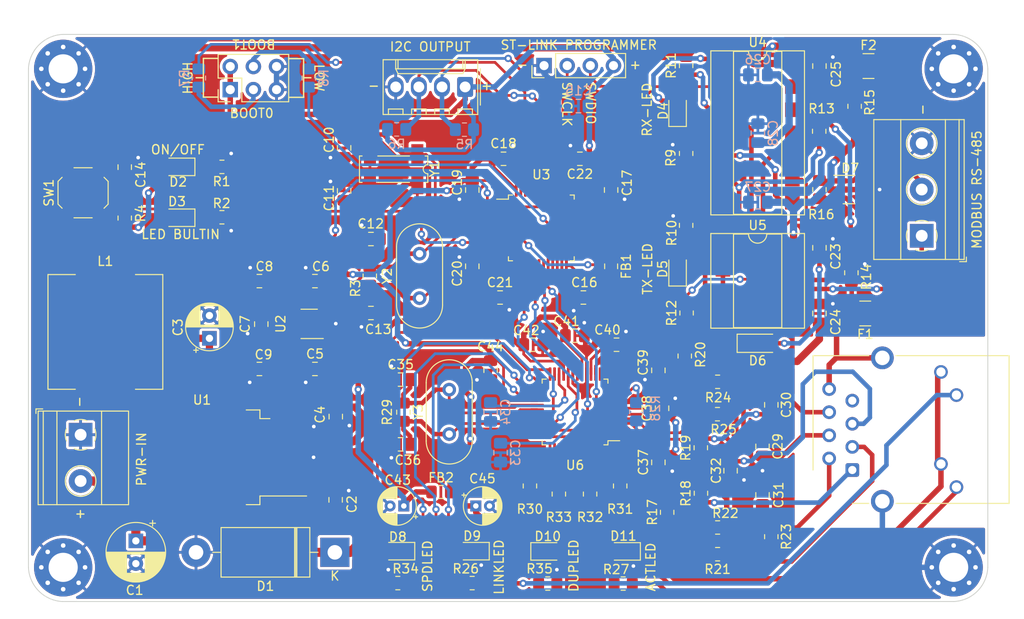
<source format=kicad_pcb>
(kicad_pcb (version 20241229) (generator "pcbnew") (generator_version "9.0")
  (layers (0 "F.Cu" signal) (2 "B.Cu" signal) (13 "F.Paste" user) (15 "B.Paste" user) (5 "F.SilkS" user "F.Silkscreen") (7 "B.SilkS" user "B.Silkscreen") (1 "F.Mask" user) (3 "B.Mask" user) (25 "Edge.Cuts" user))
  (net 0 "")
  (net 1 "Net-(C1-Pad1)")
  (net 2 "+3.3V")
  (net 3 "+5V")
  (net 4 "Net-(C7-Pad1)")
  (net 5 "Net-(C10-Pad1)")
  (net 6 "Net-(C11-Pad1)")
  (net 7 "/OSC-IN")
  (net 8 "/OSC-OUT")
  (net 9 "/NRST")
  (net 10 "+3.3VA")
  (net 11 "GND")
  (net 12 "Net-(C23-Pad1)")
  (net 13 "/RXP")
  (net 14 "Net-(C29-Pad2)")
  (net 15 "/RXN")
  (net 16 "Net-(C30-Pad2)")
  (net 17 "Net-(C31-Pad1)")
  (net 18 "Net-(C32-Pad1)")
  (net 19 "/TOCAP")
  (net 20 "/1V20")
  (net 21 "/XO")
  (net 22 "Net-(D1-Pad1)")
  (net 23 "Net-(D2-Pad1)")
  (net 24 "Net-(D3-Pad1)")
  (net 25 "/LED BUILTIN")
  (net 26 "Net-(D4-Pad1)")
  (net 27 "Net-(D4-Pad2)")
  (net 28 "Net-(D5-Pad1)")
  (net 29 "Net-(D5-Pad2)")
  (net 30 "/DI")
  (net 31 "Net-(D7-Pad1)")
  (net 32 "Net-(D7-Pad2)")
  (net 33 "Net-(D8-Pad1)")
  (net 34 "/SPDLED")
  (net 35 "LINKLED")
  (net 36 "Net-(D10-Pad1)")
  (net 37 "/DUPLED")
  (net 38 "Net-(F1-Pad1)")
  (net 39 "Net-(F2-Pad1)")
  (net 40 "SWCLK")
  (net 41 "SWDIO")
  (net 42 "Net-(J3-Pad3)")
  (net 43 "Net-(J3-Pad4)")
  (net 44 "/TXP")
  (net 45 "/TXN")
  (net 46 "Net-(J6-Pad1)")
  (net 47 "Net-(J6-Pad3)")
  (net 49 "SCL")
  (net 50 "SDA")
  (net 51 "/RO")
  (net 52 "TX")
  (net 53 "ACTLED")
  (net 54 "/EXRES1")
  (net 55 "/XI")
  (net 56 "/RST")
  (net 57 "/PMODE0")
  (net 58 "/PMODE1")
  (net 59 "/PMODE2")
  (net 64 "SCS")
  (net 65 "SCLK")
  (net 66 "MISO")
  (net 67 "MOSI")
  (net 70 "BOOT1")
  (net 78 "RX")
  (net 85 "BOOT0")
  (net 88 "/RE{slash}DE")
  (net 96 "INT")
  (net 104 "Net-(C29-Pad1)")
  (net 105 "Net-(C30-Pad1)")
  (net 106 "Net-(J6-Pad9)")
  (net 107 "Net-(J6-Pad11)")
  (footprint "Inductor_SMD:L_0805_2012Metric_Pad1.15x1.40mm_HandSolder" (layer "F.Cu") (at 60.6616 183.0014 180)
    (property "Reference" "FB2")
    (property "Value" "120R")
  )
  (footprint "Button_Switch_SMD:SW_SPST_TL3342" (layer "F.Cu") (at 21.3932 150.1338 90)
    (property "Reference" "SW1")
    (property "Value" "SW_Push")
  )
  (footprint "Connector_PinHeader_2.54mm:PinHeader_1x04_P2.54mm_Vertical" (layer "F.Cu") (at 71.99 136.1638 90)
    (property "Reference" "J2")
    (property "Value" "Conn_01x04_Male")
  )
  (footprint "Capacitor_SMD:C_0805_2012Metric_Pad1.18x1.45mm_HandSolder" (layer "F.Cu") (at 56.2462 170.657 180)
    (property "Reference" "C35")
    (property "Value" "18p")
  )
  (footprint "Diode_SMD:D_SOD-123" (layer "F.Cu") (at 95.4342 166.6676)
    (property "Reference" "D6")
    (property "Value" "1N4148W")
  )
  (footprint "Resistor_SMD:R_0805_2012Metric_Pad1.20x1.40mm_HandSolder" (layer "F.Cu") (at 56.551 174.2384 -90)
    (property "Reference" "R29")
    (property "Value" "1M")
  )
  (footprint "LED_SMD:LED_0805_2012Metric_Pad1.15x1.40mm_HandSolder" (layer "F.Cu") (at 64.116 189.5038 180)
    (property "Reference" "D9")
    (property "Value" "LINK")
  )
  (footprint "Crystal:Crystal_HC49-4H_Vertical" (layer "F.Cu") (at 61.5802 171.763 -90)
    (property "Reference" "Y3")
    (property "Value" "25MHz")
  )
  (footprint "Resistor_SMD:R_0805_2012Metric_Pad1.20x1.40mm_HandSolder" (layer "F.Cu") (at 64.1 193.009 180)
    (property "Reference" "R26")
    (property "Value" "1K4")
  )
  (footprint "Capacitor_SMD:C_0805_2012Metric_Pad1.18x1.45mm_HandSolder" (layer "F.Cu") (at 95.9676 178.0015 -90)
    (property "Reference" "C29")
    (property "Value" "6.8n")
  )
  (footprint "Resistor_SMD:R_0805_2012Metric_Pad1.20x1.40mm_HandSolder" (layer "F.Cu") (at 85.5028 185.2366 -90)
    (property "Reference" "R17")
    (property "Value" "33R")
  )
  (footprint "Capacitor_SMD:C_0805_2012Metric_Pad1.18x1.45mm_HandSolder" (layer "F.Cu") (at 102.216 163.3926 90)
    (property "Reference" "C24")
    (property "Value" "100n")
  )
  (footprint "Fuse:Fuse_1210_3225Metric_Pad1.42x2.65mm_HandSolder" (layer "F.Cu") (at 107.6008 136.2146 180)
    (property "Reference" "F2")
    (property "Value" "Polyfuse_Small")
  )
  (footprint "Capacitor_SMD:C_0805_2012Metric_Pad1.18x1.45mm_HandSolder" (layer "F.Cu") (at 102.216 136.2146 90)
    (property "Reference" "C25")
    (property "Value" "100n")
  )
  (footprint "Resistor_SMD:R_0805_2012Metric_Pad1.20x1.40mm_HandSolder" (layer "F.Cu") (at 89.1952 178.1418 90)
    (property "Reference" "R19")
    (property "Value" "33R")
  )
  (footprint "Resistor_SMD:R_0805_2012Metric_Pad1.20x1.40mm_HandSolder" (layer "F.Cu") (at 105.7212 158.9222 -90)
    (property "Reference" "R14")
    (property "Value" "4K7")
  )
  (footprint "Fuse:Fuse_1210_3225Metric_Pad1.42x2.65mm_HandSolder" (layer "F.Cu") (at 107.2452 163.3926 180)
    (property "Reference" "F1")
    (property "Value" "Polyfuse_Small")
  )
  (footprint "LED_SMD:LED_0805_2012Metric_Pad1.15x1.40mm_HandSolder" (layer "F.Cu") (at 55.9372 189.5038 180)
    (property "Reference" "D8")
    (property "Value" "SPD")
  )
  (footprint "MountingHole:MountingHole_3.2mm_M3_Pad_Via" (layer "F.Cu") (at 116.948 136.5194)
    (property "Reference" "H2")
    (property "Value" "MountingHole_Pad")
  )
  (footprint "Resistor_SMD:R_0805_2012Metric_Pad1.20x1.40mm_HandSolder" (layer "F.Cu") (at 87.4332 168.0662 90)
    (property "Reference" "R20")
    (property "Value" "33R")
  )
  (footprint "Resistor_SMD:R_0805_2012Metric_Pad1.20x1.40mm_HandSolder" (layer "F.Cu") (at 70.4406 182.341 -90)
    (property "Reference" "R30")
    (property "Value" "10K")
  )
  (footprint "Resistor_SMD:R_0805_2012Metric_Pad1.20x1.40mm_HandSolder" (layer "F.Cu") (at 106.0768 140.6342 -90)
    (property "Reference" "R15")
    (property "Value" "4K7")
  )
  (footprint "MountingHole:MountingHole_3.2mm_M3_Pad_Via" (layer "F.Cu") (at 19.2088 191.2818)
    (property "Reference" "H3")
    (property "Value" "MountingHole_Pad")
  )
  (footprint "LED_SMD:LED_0805_2012Metric_Pad1.15x1.40mm_HandSolder" (layer "F.Cu") (at 86.6458 158.5158 90)
    (property "Reference" "D5")
    (property "Value" "TX")
  )
  (footprint "TerminalBlock_Phoenix:TerminalBlock_Phoenix_MKDS-1,5-3-5.08_1x03_P5.08mm_Horizontal" (layer "F.Cu") (at 113.4428 154.8582 90)
    (property "Reference" "J5")
    (property "Value" "Screw_Terminal_01x03")
  )
  (footprint "Capacitor_SMD:C_0805_2012Metric_Pad1.18x1.45mm_HandSolder" (layer "F.Cu") (at 79.9441 166.8255)
    (property "Reference" "C40")
    (property "Value" "100n")
  )
  (footprint "Capacitor_SMD:C_0805_2012Metric_Pad1.18x1.45mm_HandSolder" (layer "F.Cu") (at 50.0444 149.9306 90)
    (property "Reference" "C11")
    (property "Value" "15p")
  )
  (footprint "Capacitor_SMD:C_0805_2012Metric_Pad1.18x1.45mm_HandSolder" (layer "F.Cu") (at 92.4624 180.6646 -90)
    (property "Reference" "C32")
    (property "Value" "10n")
  )
  (footprint "Capacitor_SMD:C_0805_2012Metric_Pad1.18x1.45mm_HandSolder" (layer "F.Cu") (at 84.944 173.8066 90)
    (property "Reference" "C38")
    (property "Value" "100n")
  )
  (footprint "Capacitor_THT:CP_Radial_D4.0mm_P1.50mm" (layer "F.Cu") (at 56.5956 184.537 180)
    (property "Reference" "C43")
    (property "Value" "10u/16V")
  )
  (footprint "Resistor_SMD:R_0805_2012Metric_Pad1.20x1.40mm_HandSolder" (layer "F.Cu") (at 36.6332 152.8262 180)
    (property "Reference" "R2")
    (property "Value" "2K4")
  )
  (footprint "Capacitor_SMD:C_0805_2012Metric_Pad1.18x1.45mm_HandSolder" (layer "F.Cu") (at 46.844 159.8366 180)
    (property "Reference" "C6")
    (property "Value" "100n")
  )
  (footprint "Capacitor_SMD:C_0805_2012Metric_Pad1.18x1.45mm_HandSolder" (layer "F.Cu") (at 56.2462 177.769 180)
    (property "Reference" "C36")
    (property "Value" "18p")
  )
  (footprint "Connector_RJ:RJ45_Cetus_J1B1211CCD_Horizontal" (layer "F.Cu") (at 105.8244 180.5884 90)
    (property "Reference" "J6")
    (property "Value" "8P8C_LED_Shielded")
  )
  (footprint "Resistor_SMD:R_0805_2012Metric_Pad1.20x1.40mm_HandSolder" (layer "F.Cu") (at 80.6768 193.0598 180)
    (property "Reference" "R27")
    (property "Value" "1K4")
  )
  (footprint "Capacitor_SMD:C_0805_2012Metric_Pad1.18x1.45mm_HandSolder" (layer "F.Cu") (at 79.3521 149.829 -90)
    (property "Reference" "C17")
    (property "Value" "100n")
  )
  (footprint "Resistor_SMD:R_0805_2012Metric_Pad1.20x1.40mm_HandSolder" (layer "F.Cu") (at 87.6364 163.3418 -90)
    (property "Reference" "R12")
    (property "Value" "4K7")
  )
  (footprint "Resistor_SMD:R_0805_2012Metric_Pad1.20x1.40mm_HandSolder" (layer "F.Cu") (at 102.1906 143.3774 90)
    (property "Reference" "R13")
    (property "Value" "56K")
  )
  (footprint "Capacitor_SMD:C_0805_2012Metric_Pad1.18x1.45mm_HandSolder" (layer "F.Cu") (at 75.9231 146.4 180)
    (property "Reference" "C22")
    (property "Value" "1u")
  )
  (footprint "Resistor_SMD:R_0805_2012Metric_Pad1.20x1.40mm_HandSolder" (layer "F.Cu") (at 96.9328 187.913 -90)
    (property "Reference" "R23")
    (property "Value" "10R")
  )
  (footprint "Capacitor_SMD:C_0805_2012Metric_Pad1.18x1.45mm_HandSolder" (layer "F.Cu") (at 64.1121 158.211 90)
    (property "Reference" "C20")
    (property "Value" "100n")
  )
  (footprint "Capacitor_SMD:C_0805_2012Metric_Pad1.18x1.45mm_HandSolder" (layer "F.Cu") (at 40.748 159.8366 180)
    (property "Reference" "C8")
    (property "Value" "1u")
  )
  (footprint "Resistor_SMD:R_0805_2012Metric_Pad1.20x1.40mm_HandSolder" (layer "F.Cu") (at 77.0446 183.23 -90)
    (property "Reference" "R32")
    (property "Value" "10K")
  )
  (footprint "Capacitor_THT:CP_Radial_D4.0mm_P1.50mm" (layer "F.Cu") (at 64.500402 184.537)
    (property "Reference" "C45")
    (property "Value" "10u/16V")
  )
  (footprint "Capacitor_SMD:C_0805_2012Metric_Pad1.18x1.45mm_HandSolder" (layer "F.Cu") (at 25.9652 147.3183 -90)
    (property "Reference" "C14")
    (property "Value" "1u")
  )
  (footprint "LED_SMD:LED_0805_2012Metric_Pad1.15x1.40mm_HandSolder" (layer "F.Cu") (at 31.8072 152.877 180)
    (property "Reference" "D3")
    (property "Value" "0N/OFF")
  )
  (footprint "LED_SMD:LED_0805_2012Metric_Pad1.15x1.40mm_HandSolder" (layer "F.Cu") (at 80.7022 189.5292 180)
    (property "Reference" "D11")
    (property "Value" "ACT")
  )
  (footprint "Crystal:Crystal_SMD_SeikoEpson_MC156-4Pin_7.1x2.5mm_HandSoldering" (layer "F.Cu") (at 55.48 147.543 180)
    (property "Reference" "Y1")
    (property "Value" "32.768kHz")
  )
  (footprint "Inductor_SMD:L_0805_2012Metric_Pad1.15x1.40mm_HandSolder" (layer "F.Cu") (at 79.3521 158.211 -90)
    (property "Reference" "FB1")
    (property "Value" "120R")
  )
  (footprint "Capacitor_SMD:C_0805_2012Metric_Pad1.18x1.45mm_HandSolder" (layer "F.Cu") (at 84.5376 169.641 -90)
    (property "Reference" "C39")
    (property "Value" "100n")
  )
  (footprint "Capacitor_SMD:C_0805_2012Metric_Pad1.18x1.45mm_HandSolder" (layer "F.Cu") (at 70.8001 166.8255)
    (property "Reference" "C42")
    (property "Value" "100n")
  )
  (footprint "Capacitor_THT:CP_Radial_D5.0mm_P2.50mm" (layer "F.Cu") (at 35.2616 166.121713 90)
    (property "Reference" "C3")
    (property "Value" "270u/50V")
  )
  (footprint "Resistor_SMD:R_0805_2012Metric_Pad1.20x1.40mm_HandSolder" (layer "F.Cu") (at 91.04 189.837 180)
    (property "Reference" "R21")
    (property "Value" "49R9")
  )
  (footprint "LED_SMD:LED_0805_2012Metric_Pad1.15x1.40mm_HandSolder" (layer "F.Cu") (at 72.3964 189.5292)
    (property "Reference" "D10")
    (property "Value" "DUP")
  )
  (footprint "LED_SMD:LED_0805_2012Metric_Pad1.15x1.40mm_HandSolder" (layer "F.Cu") (at 86.6458 140.9898 90)
    (property "Reference" "D4")
    (property "Value" "RX")
  )
  (footprint "Resistor_SMD:R_0805_2012Metric_Pad1.20x1.40mm_HandSolder" (layer "F.Cu") (at 102.216 149.7832 -90)
    (property "Reference" "R16")
    (property "Value" "120R")
  )
  (footprint "Resistor_SMD:R_0805_2012Metric_Pad1.20x1.40mm_HandSolder" (layer "F.Cu") (at 87.5856 153.7136 -90)
    (property "Reference" "R10")
    (property "Value" "2K4")
  )
  (footprint "Package_DIP:DIP-14_W7.62mm_SMDSocket_SmallPads" (layer "F.Cu") (at 95.4342 143.5536)
    (property "Reference" "U4")
    (property "Value" "74HC14")
  )
  (footprint "Capacitor_SMD:C_0805_2012Metric_Pad1.18x1.45mm_HandSolder" (layer "F.Cu") (at 64.1121 149.829 -90)
    (property "Reference" "C19")
    (property "Value" "100n")
  )
  (footprint "Resistor_SMD:R_0805_2012Metric_Pad1.20x1.40mm_HandSolder" (layer "F.Cu") (at 80.3466 182.341 -90)
    (property "Reference" "R31")
    (property "Value" "10K")
  )
  (footprint "Capacitor_SMD:C_0805_2012Metric_Pad1.18x1.45mm_HandSolder" (layer "F.Cu") (at 67.164 161.64)
    (property "Reference" "C21")
    (property "Value" "1u")
  )
  (footprint "TerminalBlock_Phoenix:TerminalBlock_Phoenix_MKDS-1,5-2-5.08_1x02_P5.08mm_Horizontal" (layer "F.Cu") (at 21.1224 176.7162 -90)
    (property "Reference" "J1")
    (property "Value" "PWRIN")
  )
  (footprint "Package_TO_SOT_SMD:TO-263-5_TabPin3" (layer "F.Cu") (at 37.8524 179.1914 180)
    (property "Reference" "U1")
    (property "Value" "LM2596S-5")
  )
  (footprint "Capacitor_SMD:C_0805_2012Metric_Pad1.18x1.45mm_HandSolder" (layer "F.Cu") (at 66.1226 169.6156 -90)
    (property "Reference" "C44")
    (property "Value" "100n")
  )
  (footprint "Resistor_SMD:R_0805_2012Metric_Pad1.20x1.40mm_HandSolder" (layer "F.Cu") (at 73.6156 183.23 -90)
    (property "Reference" "R33")
    (property "Value" "10K")
  )
  (footprint "LED_SMD:LED_0805_2012Metric_Pad1.15x1.40mm_HandSolder" (layer "F.Cu") (at 31.8072 147.289 180)
    (property "Reference" "D2")
    (property "Value" "0N/OFF")
  )
  (footprint "Capacitor_SMD:C_0805_2012Metric_Pad1.18x1.45mm_HandSolder" (layer "F.Cu") (at 49.13 174.721 -90)
    (property "Reference" "C4")
    (property "Value" "100n")
  )
  (footprint "Capacitor_SMD:C_0805_2012Metric_Pad1.18x1.45mm_HandSolder" (layer "F.Cu") (at 52.9908 163.3418 180)
    (property "Reference" "C13")
    (property "Value" "22p")
  )
  (footprint "Capacitor_SMD:C_0805_2012Metric_Pad1.18x1.45mm_HandSolder" (layer "F.Cu") (at 46.844 169.4886 180)
    (property "Reference" "C5")
    (property "Value" "1u")
  )
  (footprint "Capacitor_SMD:C_0805_2012Metric_Pad1.18x1.45mm_HandSolder" (layer "F.Cu") (at 52.9908 155.2138 180)
    (property "Reference" "C12")
    (property "Value" "22p")
  )
  (footprint "Resistor_SMD:R_0805_2012Metric_Pad1.20x1.40mm_HandSolder" (layer "F.Cu") (at 91.04 170.8989)
    (property "Reference" "R24")
    (property "Value" "49R9")
  )
  (footprint "Capacitor_SMD:C_0805_2012Metric_Pad1.18x1.45mm_HandSolder" (layer "F.Cu") (at 40.9512 164.561 -90)
    (property "Reference" "C7")
    (property "Value" "22n")
  )
  (footprint "Resistor_SMD:R_0805_2012Metric_Pad1.20x1.40mm_HandSolder" (layer "F.Cu") (at 91.04 186.901)
    (property "Reference" "R22")
    (property "Value" "49R9")
  )
  (footprint "MountingHole:MountingHole_3.2mm_M3_Pad_Via" (layer "F.Cu") (at 19.2088 136.5194)
    (property "Reference" "H1")
    (property "Value" "MountingHole_Pad")
  )
  (footprint "Capacitor_THT:CP_Radial_D6.3mm_P2.50mm" (layer "F.Cu") (at 27.1844 188.370873 -90)
    (property "Reference" "C1")
    (property "Value" "470u/50V")
  )
  (footprint "Connector_PinHeader_2.54mm:PinHeader_2x03_P2.54mm_Vertical" (layer "F.Cu") (at 37.5476 138.8054 90)
    (property "Reference" "J3")
    (property "Value" "Conn_02x03_Odd_Even")
  )
  (footprint "Resistor_SMD:R_0805_2012Metric_Pad1.20x1.40mm_HandSolder" (layer "F.Cu") (at 87.5856 136.1638 90)
    (property "Reference" "R11")
    (property "Value" "4K7")
  )
  (footprint "Crystal:Crystal_HC49-4H_Vertical" (layer "F.Cu") (at 58.3248 156.8278 -90)
    (property "Reference" "Y2")
    (property "Value" "8MHz")
  )
  (footprint "Capacitor_SMD:C_0805_2012Metric_Pad1.18x1.45mm_HandSolder" (layer "F.Cu") (at 75.3721 165.831)
    (property "Reference" "C41")
    (property "Value" "100n")
  )
  (footprint "Resistor_SMD:R_0805_2012Metric_Pad1.20x1.40mm_HandSolder" (layer "F.Cu") (at 89.2112 183.1418 -90)
    (property "Reference" "R18")
    (property "Value" "33R")
  )
  (footprint "Diode_THT:D_DO-201AD_P15.24mm_Horizontal" (layer "F.Cu") (at 49.0284 189.6308 180)
    (property "Reference" "D1")
    (property "Value" "1N5822")
  )
  (footprint "Capacitor_SMD:C_0805_2012Metric_Pad1.18x1.45mm_HandSolder" (layer "F.Cu") (at 76.308 161.64 180)
    (property "Reference" "C16")
    (property "Value" "100n")
  )
  (footprint "Package_DIP:DIP-8_W7.62mm_SMDSocket_SmallPads" (layer "F.Cu") (at 95.4342 159.8096)
    (property "Reference" "U5")
    (property "Value" "MAX485E")
  )
  (footprint "Capacitor_SMD:C_0805_2012Metric_Pad1.18x1.45mm_HandSolder" (layer "F.Cu") (at 96.9328 173.4295 90)
    (property "Reference" "C30")
    (property "Value" "6.8n")
  )
  (footprint "Resistor_SMD:R_0805_2012Metric_Pad1.20x1.40mm_HandSolder" (layer "F.Cu") (at 52.8638 159.2778 -90)
    (property "Reference" "R3")
    (property "Value" "1M")
  )
  (footprint "Capacitor_SMD:C_0805_2012Metric_Pad1.18x1.45mm_HandSolder" (layer "F.Cu") (at 84.5376 179.7502 -90)
    (property "Reference" "C37")
    (property "Value" "100n")
  )
  (footprint "Resistor_SMD:R_0805_2012Metric_Pad1.20x1.40mm_HandSolder" (layer "F.Cu") (at 72.3964 193.0598 180)
    (property "Reference" "R35")
    (property "Value" "1K4")
  )
  (footprint "Resistor_SMD:R_0805_2012Metric_Pad1.20x1.40mm_HandSolder" (layer "F.Cu") (at 36.6332 147.289)
    (property "Reference" "R1")
    (property "Value" "2K4")
  )
  (footprint "MountingHole:MountingHole_3.2mm_M3_Pad_Via" (layer "F.Cu") (at 116.948 191.2818)
    (property "Reference" "H4")
    (property "Value" "MountingHole_Pad")
  )
  (footprint "Capacitor_SMD:C_0805_2012Metric_Pad1.18x1.45mm_HandSolder" (layer "F.Cu") (at 67.5411 146.4)
    (property "Reference" "C18")
    (property "Value" "100n")
  )
  (footprint "Inductor_SMD:L_12x12mm_H6mm" (layer "F.Cu") (at 23.8404 165.4182 90)
    (property "Reference" "L1")
    (property "Value" "47u")
  )
  (footprint "Connector_Molex:Molex_KK-254_AE-6410-04A_1x04_P2.54mm_Vertical" (layer "F.Cu") (at 63.3286 138.506 180)
    (property "Reference" "J4")
    (property "Value" "Conn_01x04_Male")
  )
  (footprint "Capacitor_SMD:C_0805_2012Metric_Pad1.18x1.45mm_HandSolder" (layer "F.Cu") (at 102.216 156.179 90)
    (property "Reference" "C23")
    (property "Value" "22n")
  )
  (footprint "Capacitor_SMD:C_0805_2012Metric_Pad1.18x1.45mm_HandSolder" (layer "F.Cu") (at 50.0444 145.2062 -90)
    (property "Reference" "C10")
    (property "Value" "15p")
  )
  (footprint "Package_TO_SOT_SMD:SOT-23-5_HandSoldering" (layer "F.Cu") (at 46.209 164.5356 180)
    (property "Reference" "U2")
    (property "Value" "RT9193-33GB")
  )
  (footprint "Capacitor_SMD:C_0805_2012Metric_Pad1.18x1.45mm_HandSolder" (layer "F.Cu") (at 49.1138 183.865 90)
    (property "Reference" "C2")
    (property "Value" "100n")
  )
  (footprint "Resistor_SMD:R_0805_2012Metric_Pad1.20x1.40mm_HandSolder" (layer "F.Cu") (at 91.024 174.4549 180)
    (property "Reference" "R25")
    (property "Value" "49R9")
  )
  (footprint "Capacitor_SMD:C_0805_2012Metric_Pad1.18x1.45mm_HandSolder" (layer "F.Cu") (at 95.9676 183.3277 90)
    (property "Reference" "C31")
    (property "Value" "22n")
  )
  (footprint "Package_QFP:LQFP-48_7x7mm_P0.5mm" (layer "F.Cu") (at 75.3936 174.213 180)
    (property "Reference" "U6")
    (property "Value" "W5500")
  )
  (footprint "Resistor_SMD:R_0805_2012Metric_Pad1.20x1.40mm_HandSolder" (layer "F.Cu") (at 25.9652 152.9118 90)
    (property "Reference" "R4")
    (property "Value" "10K")
  )
  (footprint "Resistor_SMD:R_0805_2012Metric_Pad1.20x1.40mm_HandSolder" (layer "F.Cu") (at 55.9372 193.009)
    (property "Reference" "R34")
    (property "Value" "1K4")
  )
  (footprint "Package_TO_SOT_SMD:SOT-23" (layer "F.Cu") (at 105.4672 149.7782)
    (property "Reference" "D7")
    (property "Value" "SM712_SOT23")
  )
  (footprint "Capacitor_SMD:C_0805_2012Metric_Pad1.18x1.45mm_HandSolder" (layer "F.Cu") (at 40.748 169.4886 180)
    (property "Reference" "C9")
    (property "Value" "100n")
  )
  (footprint "Package_QFP:LQFP-48_7x7mm_P0.5mm" (layer "F.Cu") (at 71.6906 153.996)
    (property "Reference" "U3")
    (property "Value" "STM32F030C8Tx")
  )
  (footprint "Resistor_SMD:R_0805_2012Metric_Pad1.20x1.40mm_HandSolder" (layer "F.Cu") (at 87.5856 145.8158 -90)
    (property "Reference" "R9")
    (property "Value" "2K4")
  )
  (footprint "Capacitor_SMD:C_0805_2012Metric_Pad1.18x1.45mm_HandSolder" (layer "B.Cu") (at 75.7685 140.6088 180)
    (property "Reference" "C15")
    (property "Value" "100n")
  )
  (footprint "Capacitor_SMD:C_0805_2012Metric_Pad1.18x1.45mm_HandSolder" (layer "B.Cu") (at 95.4596 151.1752 180)
    (property "Reference" "C27")
    (property "Value" "100n")
  )
  (footprint "Resistor_SMD:R_0805_2012Metric_Pad1.20x1.40mm_HandSolder" (layer "B.Cu") (at 34.1036 137.5304 90)
    (property "Reference" "R7")
    (property "Value" "100K")
  )
  (footprint "Resistor_SMD:R_0805_2012Metric_Pad1.20x1.40mm_HandSolder" (layer "B.Cu") (at 46.1686 137.5304 90)
    (property "Reference" "R8")
    (property "Value" "100K")
  )
  (footprint "Capacitor_SMD:C_0805_2012Metric_Pad1.18x1.45mm_HandSolder" (layer "B.Cu") (at 95.4596 143.5806 90)
    (property "Reference" "C28")
    (property "Value" "1u")
  )
  (footprint "Capacitor_SMD:C_0805_2012Metric_Pad1.18x1.45mm_HandSolder" (layer "B.Cu") (at 66.1226 174.213 -90)
    (property "Reference" "C34")
    (property "Value" "10n")
  )
  (footprint "Resistor_SMD:R_0805_2012Metric_Pad1.20x1.40mm_HandSolder" (layer "B.Cu") (at 63.2524 143.1996 180)
    (property "Reference" "R5")
    (property "Value" "4K7")
  )
  (footprint "Resistor_SMD:R_0805_2012Metric_Pad1.20x1.40mm_HandSolder" (layer "B.Cu") (at 55.8102 143.1742)
    (property "Reference" "R6")
    (property "Value" "4K7")
  )
  (footprint "Capacitor_SMD:C_0805_2012Metric_Pad1.18x1.45mm_HandSolder" (layer "B.Cu") (at 95.4596 137.1798 180)
    (property "Reference" "C26")
    (property "Value" "100n")
  )
  (footprint "Capacitor_SMD:C_0805_2012Metric_Pad1.18x1.45mm_HandSolder" (layer "B.Cu") (at 67.2148 178.6834 -90)
    (property "Reference" "C33")
    (property "Value" "4.7u")
  )
  (footprint "Resistor_SMD:R_0805_2012Metric_Pad1.20x1.40mm_HandSolder" (layer "B.Cu") (at 82.1246 174.1915 90)
    (property "Reference" "R28")
    (property "Value" "12K4")
  )
  (gr_line (start 45.6 139.65) (end 45.6 135.4) (stroke (width 0.15)) (layer "F.SilkS"))
  (gr_line (start 44 139.65) (end 45.6 139.65) (stroke (width 0.15)) (layer "F.SilkS"))
  (gr_line (start 36.2 135.375) (end 34.6 135.375) (stroke (width 0.15)) (layer "F.SilkS"))
  (gr_line (start 45.6 135.4) (end 44 135.4) (stroke (width 0.15)) (layer "F.SilkS"))
  (gr_line (start 45.6 137.5) (end 46.4 137.5) (stroke (width 0.15)) (layer "F.SilkS"))
  (gr_line (start 33.8 137.5) (end 34.6 137.5) (stroke (width 0.15)) (layer "F.SilkS"))
  (gr_line (start 34.6 135.375) (end 34.6 139.625) (stroke (width 0.15)) (layer "F.SilkS"))
  (gr_line (start 34.6 139.625) (end 36.2 139.625) (stroke (width 0.15)) (layer "F.SilkS"))
  (gr_line (start 116.948 195.037) (end 19.158 195.037) (stroke (width 0.1)) (layer "Edge.Cuts"))
  (gr_line (start 120.6956 191.2818) (end 120.6956 136.5194) (stroke (width 0.1)) (layer "Edge.Cuts"))
  (gr_line (start 116.948 132.737) (end 19.158 132.737) (stroke (width 0.1)) (layer "Edge.Cuts"))
  (gr_line (start 15.3956 191.2818) (end 15.3956 136.5194) (stroke (width 0.1)) (layer "Edge.Cuts"))
  (gr_arc (start 120.6956 191.2818) (mid 119.556649 193.892761) (end 116.948 195.037) (stroke (width 0.1)) (layer "Edge.Cuts"))
  (gr_arc (start 15.3956 136.5194) (mid 16.542702 133.897984) (end 19.158 132.737) (stroke (width 0.1)) (layer "Edge.Cuts"))
  (gr_arc (start 19.158 195.037) (mid 16.544081 193.893524) (end 15.3956 191.2818) (stroke (width 0.1)) (layer "Edge.Cuts"))
  (gr_arc (start 116.948 132.737) (mid 119.558047 133.898727) (end 120.6956 136.5194) (stroke (width 0.1)) (layer "Edge.Cuts"))
  (gr_text "-" (at 69.6 136.2 180) (layer "F.SilkS") (effects (font (size 1 1))))
  (gr_text "SPDLED" (at 59.2 191.15 90) (layer "F.SilkS") (effects (font (size 1 1))))
  (gr_text "SWCLK" (at 74.5 140.4 270) (layer "F.SilkS") (effects (font (size 1 1))))
  (gr_text "LED BULTIN" (at 32.1 154.7 0) (layer "F.SilkS") (effects (font (size 1 1))))
  (gr_text "SWDIO" (at 77.1 140.3 270) (layer "F.SilkS") (effects (font (size 1 1))))
  (gr_text "-" (at 113.5 141 90) (layer "F.SilkS") (effects (font (size 1 1))))
  (gr_text "I2C OUTPUT" (at 59.5 134.1 0) (layer "F.SilkS") (effects (font (size 1 1))))
  (gr_text "PWR-IN" (at 27.8 179.4 90) (layer "F.SilkS") (effects (font (size 1 1))))
  (gr_text "TX-LED" (at 83.35 158.5 90) (layer "F.SilkS") (effects (font (size 1 1))))
  (gr_text "-" (at 21.1 173.1 270) (layer "F.SilkS") (effects (font (size 1 1))))
  (gr_text "ON/OFF" (at 31.8 145.4 0) (layer "F.SilkS") (effects (font (size 1 1))))
  (gr_text "BOOT1" (at 40.1 133.8 180) (layer "F.SilkS") (effects (font (size 1 1))))
  (gr_text "-" (at 53.3 138.5 180) (layer "F.SilkS") (effects (font (size 1 1))))
  (gr_text "HIGH" (at 32.9 137.525 90) (layer "F.SilkS") (effects (font (size 1 1))))
  (gr_text "+" (at 65.7 138.506 180) (layer "F.SilkS") (effects (font (size 1 1))))
  (gr_text "+" (at 82 136.2 180) (layer "F.SilkS") (effects (font (size 1 1))))
  (gr_text "+" (at 21.1 185.5 180) (layer "F.SilkS") (effects (font (size 1 1))))
  (gr_text "DUPLED" (at 75.25 191.1 90) (layer "F.SilkS") (effects (font (size 1 1))))
  (gr_text "MODBUS RS-485" (at 119.5 149.8 90) (layer "F.SilkS") (effects (font (size 1 1))))
  (gr_text "RX-LED" (at 83.3 141 90) (layer "F.SilkS") (effects (font (size 1 1))))
  (gr_text "BOOT0" (at 39.9 141.4 0) (layer "F.SilkS") (effects (font (size 1 1))))
  (gr_text "ACTLED" (at 83.7 191.25 90) (layer "F.SilkS") (effects (font (size 1 1))))
  (gr_text "ST-LINK PROGRAMMER" (at 75.8 133.9 0) (layer "F.SilkS") (effects (font (size 1 1))))
  (gr_text "LINKLED" (at 67.05 191.25 90) (layer "F.SilkS") (effects (font (size 1 1))))
  (gr_text "LOW" (at 47.3 137.5 270) (layer "F.SilkS") (effects (font (size 1 1))))
  (segment (start 27.1844 188.370873) (end 27.1844 186.2526) (width 1) (layer "F.Cu") (net 1))
  (segment (start 27.1844 188.370873) (end 29.536527 188.370873) (width 1) (layer "F.Cu") (net 1))
  (segment (start 41.6624 186.2018) (end 43.6274 184.2368) (width 1) (layer "F.Cu") (net 1))
  (segment (start 29.536527 188.370873) (end 31.7056 186.2018) (width 1) (layer "F.Cu") (net 1))
  (segment (start 31.7056 186.2018) (end 41.6624 186.2018) (width 1) (layer "F.Cu") (net 1))
  (segment (start 27.1844 186.2526) (end 22.728 181.7962) (width 1) (layer "F.Cu") (net 1))
  (segment (start 46.18 182.5914) (end 48.4911 184.9025) (width 1) (layer "F.Cu") (net 1))
  (segment (start 43.6274 182.5914) (end 46.18 182.5914) (width 1) (layer "F.Cu") (net 1))
  (segment (start 43.6274 184.2368) (end 43.6274 182.5914) (width 1) (layer "F.Cu") (net 1))
  (segment (start 22.728 181.7962) (end 21.1224 181.7962) (width 1) (layer "F.Cu") (net 1))
  (segment (start 48.4911 184.9025) (end 49.1138 184.9025) (width 1) (layer "F.Cu") (net 1))
  (segment (start 39.5288 144.6982) (end 42.7038 141.5232) (width 0.6) (layer "F.Cu") (net 2))
  (segment (start 106.1326 187.5) (end 110.4428 187.5) (width 0.6) (layer "F.Cu") (net 2))
  (segment (start 74.7132 151.246) (end 75.8531 151.246) (width 0.3) (layer "F.Cu") (net 2))
  (segment (start 61.957 149.9052) (end 61.2966 149.9052) (width 0.6) (layer "F.Cu") (net 2))
  (segment (start 110.4428 187.5) (end 115.5544 182.3884) (width 0.6) (layer "F.Cu") (net 2))
  (segment (start 78.1782 184.23) (end 79.0672 183.341) (width 0.6) (layer "F.Cu") (net 2))
  (segment (start 48.4442 157.1442) (end 48.1902 157.1442) (width 0.6) (layer "F.Cu") (net 2))
  (segment (start 73.1076 151.6832) (end 73.6918 152.2674) (width 0.3) (layer "F.Cu") (net 2))
  (segment (start 39.1224 161.9702) (end 37.7508 163.3418) (width 0.6) (layer "F.Cu") (net 2))
  (segment (start 78.4416 161.64) (end 77.3455 161.64) (width 0.6) (layer "F.Cu") (net 2))
  (segment (start 83.6956 185.69) (end 83.6956 189.937) (width 0.6) (layer "F.Cu") (net 2))
  (segment (start 56.877 166.72) (end 65.2336 166.72) (width 0.6) (layer "F.Cu") (net 2))
  (segment (start 63.1956 184.537) (end 64.500402 184.537) (width 0.6) (layer "F.Cu") (net 2))
  (segment (start 45.2819 157.1442) (end 48.1902 157.1442) (width 0.6) (layer "F.Cu") (net 2))
  (segment (start 63.3794 171.9794) (end 63.3794 169.3362) (width 0.6) (layer "F.Cu") (net 2))
  (segment (start 56.7754 166.6184) (end 56.877 166.72) (width 0.6) (layer "F.Cu") (net 2))
  (segment (start 44.859 166.673) (end 44.859 165.4856) (width 0.6) (layer "F.Cu") (net 2))
  (segment (start 65.2336 166.72) (end 66.1226 167.609) (width 0.6) (layer "F.Cu") (net 2))
  (segment (start 61.6866 183.028) (end 63.1956 184.537) (width 0.6) (layer "F.Cu") (net 2))
  (segment (start 70.4406 184.392) (end 70.4406 183.341) (width 0.6) (layer "F.Cu") (net 2))
  (segment (start 39.5288 144.6982) (end 39.5288 148.2034) (width 0.6) (layer "F.Cu") (net 2))
  (segment (start 67.545 169.2092) (end 66.9139 168.5781) (width 0.3) (layer "F.Cu") (net 2))
  (segment (start 64.1121 147.3691) (end 65.0812 146.4) (width 0.6) (layer "F.Cu") (net 2))
  (segment (start 74.4406 157.1056) (end 73.6918 156.3568) (width 0.3) (layer "F.Cu") (net 2))
  (segment (start 79.3521 159.236) (end 79.3521 160.7295) (width 0.6) (layer "F.Cu") (net 2))
  (segment (start 69.089 151.246) (end 69.5262 151.6832) (width 0.3) (layer "F.Cu") (net 2))
  (segment (start 69.5262 151.6832) (end 73.1076 151.6832) (width 0.3) (layer "F.Cu") (net 2))
  (segment (start 72.609 184.23) (end 71.72 183.341) (width 0.6) (layer "F.Cu") (net 2))
  (segment (start 27.4318 153.9118) (end 27.4638 153.9438) (width 0.6) (layer "F.Cu") (net 2))
  (segment (start 61.6866 183.0014) (end 61.6866 183.028) (width 0.6) (layer "F.Cu") (net 2))
  (segment (start 61.7336 141.5232) (end 61.7336 141.4926) (width 0.6) (layer "F.Cu") (net 2))
  (segment (start 79.0672 183.341) (end 80.3466 183.341) (width 0.6) (layer "F.Cu") (net 2))
  (segment (start 68.9406 149.8335) (end 68.9406 149.7768) (width 0.3) (layer "F.Cu") (net 2))
  (segment (start 41.7855 158.1817) (end 41.7855 159.8366) (width 0.6) (layer "F.Cu") (net 2))
  (segment (start 71.72 183.341) (end 70.4406 183.341) (width 0.6) (layer "F.Cu") (net 2))
  (segment (start 39.0716 167.4058) (end 40.9512 167.4058) (width 0.6) (layer "F.Cu") (net 2))
  (segment (start 78.4631 148.7915) (end 79.3521 148.7915) (width 0.3) (layer "F.Cu") (net 2))
  (segment (start 41.7855 168.3495) (end 42.8054 167.3296) (width 0.6) (layer "F.Cu") (net 2))
  (segment (start 101.0956 192.537) (end 106.1326 187.5) (width 0.6) (layer "F.Cu") (net 2))
  (segment (start 67.5281 151.246) (end 69.089 151.246) (width 0.3) (layer "F.Cu") (net 2))
  (segment (start 66.9139 168.5781) (end 66.1226 168.5781) (width 0.3) (layer "F.Cu") (net 2))
  (segment (start 44.2024 167.3296) (end 44.859 166.673) (width 0.6) (layer "F.Cu") (net 2))
  (segment (start 77.7304 149.5242) (end 78.4631 148.7915) (width 0.3) (layer "F.Cu") (net 2))
  (segment (start 71.2311 172.963) (end 68.327 172.963) (width 0.3) (layer "F.Cu") (net 2))
  (segment (start 76.9606 146.4) (end 78.2638 146.4) (width 0.6) (layer "F.Cu") (net 2))
  (segment (start 68.327 172.963) (end 67.545 172.181) (width 0.3) (layer "F.Cu") (net 2))
  (segment (start 78.2638 146.4) (end 79.3521 147.4883) (width 0.6) (layer "F.Cu") (net 2))
  (segment (start 81.3466 183.341) (end 83.6956 185.69) (width 0.6) (layer "F.Cu") (net 2))
  (segment (start 42.5895 159.8366) (end 45.2819 157.1442) (width 0.6) (layer "F.Cu") (net 2))
  (segment (start 66.1226 167.609) (end 66.1226 168.5781) (width 0.6) (layer "F.Cu") (net 2))
  (segment (start 41.7855 168.2401) (end 41.7855 169.4886) (width 0.6) (layer "F.Cu") (net 2))
  (segment (start 39.5288 148.2034) (end 38.3604 149.3718) (width 0.6) (layer "F.Cu") (net 2))
  (segment (start 115.1954 170.1774) (end 115.5544 169.8184) (width 0.6) (layer "F.Cu") (net 2))
  (segment (start 66.3805 148.7915) (end 64.1121 148.7915) (width 0.3) (layer "F.Cu") (net 2))
  (segment (start 83.6956 189.937) (end 86.2956 192.537) (width 0.6) (layer "F.Cu") (net 2))
  (segment (start 41.7855 161.1359) (end 40.9512 161.9702) (width 0.6) (layer "F.Cu") (net 2))
  (segment (start 74.9093 158.1585) (end 74.4406 158.1585) (width 0.3) (layer "F.Cu") (net 2))
  (segment (start 40.6464 157.0426) (end 41.7855 158.1817) (width 0.6) (layer "F.Cu") (net 2))
  (segment (start 115.5544 179.9284) (end 115.1954 179.5694) (width 0.6) (layer "F.Cu") (net 2))
  (segment (start 65.0812 146.4) (end 66.5036 146.4) (width 0.6) (layer "F.Cu") (net 2))
  (segment (start 76.9606 146.4) (end 76.9606 144.96) (width 0.6) (layer "F.Cu") (net 2))
  (segment (start 40.9512 161.9702) (end 39.1224 161.9702) (width 0.6) (layer "F.Cu") (net 2))
  (segment (start 63.3286 139.8976) (end 63.3286 138.506) (width 0.6) (layer "F.Cu") (net 2))
  (segment (start 115.1954 179.5694) (end 115.1954 170.1774) (width 0.6) (layer "F.Cu") (net 2))
  (segment (start 63.8874 178.8612) (end 61.6866 181.062) (width 0.6) (layer "F.Cu") (net 2))
  (segment (start 61.6866 181.062) (end 61.6866 183.0014) (width 0.6) (layer "F.Cu") (net 2))
  (segment (start 25.9652 155.0106) (end 27.9972 157.0426) (width 0.6) (layer "F.Cu") (net 2))
  (segment (start 75.8531 151.246) (end 76.6182 151.246) (width 0.3) (layer "F.Cu") (net 2))
  (segment (start 42.7038 141.5232) (end 61.7336 141.5232) (width 0.6) (layer "F.Cu") (net 2))
  (segment (start 68.9406 149.7768) (end 66.5036 147.3398) (width 0.3) (layer "F.Cu") (net 2))
  (segment (start 79.3521 147.4883) (end 79.3521 148.7915) (width 0.6) (layer "F.Cu") (net 2))
  (segment (start 67.5281 149.9391) (end 66.3805 148.7915) (width 0.3) (layer "F.Cu") (net 2))
  (segment (start 61.7336 141.4926) (end 63.3286 139.8976) (width 0.6) (layer "F.Cu") (net 2))
  (segment (start 41.7855 159.8366) (end 42.5895 159.8366) (width 0.6) (layer "F.Cu") (net 2))
  (segment (start 63.0707 148.7915) (end 61.957 149.9052) (width 0.6) (layer "F.Cu") (net 2))
  (segment (start 66.5036 147.3398) (end 66.5036 146.4) (width 0.3) (layer "F.Cu") (net 2))
  (segment (start 80.3466 183.341) (end 81.3466 183.341) (width 0.6) (layer "F.Cu") (net 2))
  (segment (start 86.2956 192.537) (end 101.0956 192.537) (width 0.6) (layer "F.Cu") (net 2))
  (segment (start 73.6156 184.23) (end 72.609 184.23) (width 0.6) (layer "F.Cu") (net 2))
  (segment (start 79.3521 160.7295) (end 78.4416 161.64) (width 0.6) (layer "F.Cu") (net 2))
  (segment (start 73.6918 156.3568) (end 73.6918 152.2674) (width 0.3) (layer "F.Cu") (net 2))
  (segment (start 37.5476 142.717) (end 39.5288 144.6982) (width 0.6) (layer "F.Cu") (net 2))
  (segment (start 37.5476 138.8054) (end 37.5476 136.2654) (width 0.6) (layer "F.Cu") (net 2))
  (segment (start 76.6182 151.246) (end 77.7304 150.1338) (width 0.3) (layer "F.Cu") (net 2))
  (segment (start 64.1375 168.5781) (end 66.1226 168.5781) (width 0.6) (layer "F.Cu") (net 2))
  (segment (start 64.1121 148.7915) (end 64.1121 147.3691) (width 0.6) (layer "F.Cu") (net 2))
  (segment (start 27.9972 157.0426) (end 40.6464 157.0426) (width 0.6) (layer "F.Cu") (net 2))
  (segment (start 65.2956 186.037) (end 68.7956 186.037) (width 0.6) (layer "F.Cu") (net 2))
  (segment (start 41.7855 159.8366) (end 41.7855 161.1359) (width 0.6) (layer "F.Cu") (net 2))
  (segment (start 40.9512 167.4058) (end 41.7855 168.2401) (width 0.6) (layer "F.Cu") (net 2))
  (segment (start 50.4 159.1) (end 48.4442 157.1442) (width 0.6) (layer "F.Cu") (net 2))
  (segment (start 25.9652 153.9118) (end 27.4318 153.9118) (width 0.6) (layer "F.Cu") (net 2))
  (segment (start 115.5544 182.3884) (end 115.5544 179.9284) (width 0.6) (layer "F.Cu") (net 2))
  (segment (start 37.7508 166.085) (end 39.0716 167.4058) (width 0.6) (layer "F.Cu") (net 2))
  (segment (start 42.8054 167.3296) (end 44.2024 167.3296) (width 0.6) (layer "F.Cu") (net 2))
  (segment (start 67.5281 151.246) (end 67.5281 149.9391) (width 0.3) (layer "F.Cu") (net 2))
  (segment (start 63.8874 177.1452) (end 63.8874 178.8612) (width 0.6) (layer "F.Cu") (net 2))
  (segment (start 68.7956 186.037) (end 70.4406 184.392) (width 0.6) (layer "F.Cu") (net 2))
  (segment (start 63.95 172.55) (end 63.3794 171.9794) (width 0.6) (layer "F.Cu") (net 2))
  (segment (start 67.545 172.181) (end 67.545 169.2092) (width 0.3) (layer "F.Cu") (net 2))
  (segment (start 77.3455 161.64) (end 77.3455 160.5947) (width 0.3) (layer "F.Cu") (net 2))
  (segment (start 51.0096 159.1) (end 50.4 159.1) (width 0.6) (layer "F.Cu") (net 2))
  (segment (start 73.6918 152.2674) (end 74.7132 151.246) (width 0.3) (layer "F.Cu") (net 2))
  (segment (start 29.3688 149.3718) (end 28.5814 150.1592) (width 0.6) (layer "F.Cu") (net 2))
  (segment (start 38.3604 149.3718) (end 29.3688 149.3718) (width 0.6) (layer "F.Cu") (net 2))
  (segment (start 64.1121 148.7915) (end 63.0707 148.7915) (width 0.6) (layer "F.Cu") (net 2))
  (segment (start 37.7508 163.3418) (end 37.7508 166.085) (width 0.6) (layer "F.Cu") (net 2))
  (segment (start 63.3794 169.3362) (end 64.1375 168.5781) (width 0.6) (layer "F.Cu") (net 2))
  (segment (start 37.5476 138.8054) (end 37.5476 142.717) (width 0.6) (layer "F.Cu") (net 2))
  (segment (start 41.7855 169.4886) (end 41.7855 168.3495) (width 0.6) (layer "F.Cu") (net 2))
  (segment (start 74.4406 158.1585) (end 74.4406 157.1056) (width 0.3) (layer "F.Cu") (net 2))
  (segment (start 64.500402 185.241802) (end 65.2956 186.037) (width 0.6) (layer "F.Cu") (net 2))
  (segment (start 76.9606 144.96) (end 76.9684 144.9522) (width 0.6) (layer "F.Cu") (net 2))
  (segment (start 73.6156 184.23) (end 77.0446 184.23) (width 0.6) (layer "F.Cu") (net 2))
  (segment (start 77.0446 184.23) (end 78.1782 184.23) (width 0.6) (layer "F.Cu") (net 2))
  (segment (start 77.3455 160.5947) (end 74.9093 158.1585) (width 0.3) (layer "F.Cu") (net 2))
  (segment (start 25.9652 153.9118) (end 25.9652 155.0106) (width 0.6) (layer "F.Cu") (net 2))
  (segment (start 77.7304 150.1338) (end 77.7304 149.5242) (width 0.3) (layer "F.Cu") (net 2))
  (segment (start 64.500402 184.537) (end 64.500402 185.241802) (width 0.6) (layer "F.Cu") (net 2))
  (via (at 28.5814 150.1592) (size 0.8) (drill 0.4) (layers "F.Cu" "B.Cu") (net 2))
  (via (at 63.8874 177.1452) (size 0.8) (drill 0.4) (layers "F.Cu" "B.Cu") (net 2))
  (via (at 56.7754 166.6184) (size 0.8) (drill 0.4) (layers "F.Cu" "B.Cu") (net 2))
  (via (at 63.95 172.55) (size 0.8) (drill 0.4) (layers "F.Cu" "B.Cu") (net 2))
  (via (at 51.0096 159.1) (size 0.8) (drill 0.4) (layers "F.Cu" "B.Cu") (net 2))
  (via (at 27.4638 153.9438) (size 0.8) (drill 0.4) (layers "F.Cu" "B.Cu") (net 2))
  (via (at 61.2966 149.9052) (size 0.8) (drill 0.4) (layers "F.Cu" "B.Cu") (net 2))
  (via (at 76.9684 144.9522) (size 0.8) (drill 0.4) (layers "F.Cu" "B.Cu") (net 2))
  (segment (start 52.559 159.1) (end 53.5242 159.1) (width 0.6) (layer "B.Cu") (net 2))
  (segment (start 76.806 139.3488) (end 79.61 136.5448) (width 0.6) (layer "B.Cu") (net 2))
  (segment (start 55.0863 157.5463) (end 55.0863 152.3563) (width 0.6) (layer "B.Cu") (net 2))
  (segment (start 79.61 136.5448) (end 79.61 136.1638) (width 0.6) (layer "B.Cu") (net 2))
  (segment (start 66.5744 138.506) (end 63.3286 138.506) (width 0.6) (layer "B.Cu") (net 2))
  (segment (start 28.5814 152.8262) (end 28.5814 150.1592) (width 0.6) (layer "B.Cu") (net 2))
  (segment (start 53.5242 159.1) (end 55.9118 161.4876) (width 0.6) (layer "B.Cu") (net 2))
  (segment (start 64.2524 143.1996) (end 64.2524 141.812) (width 0.5) (layer "B.Cu") (net 2))
  (segment (start 76.9684 140.7712) (end 76.806 140.6088) (width 0.6) (layer "B.Cu") (net 2))
  (segment (start 52.559 159.1) (end 53.5326 159.1) (width 0.6) (layer "B.Cu") (net 2))
  (segment (start 63.95 172.55) (end 63.8874 172.6126) (width 0.6) (layer "B.Cu") (net 2))
  (segment (start 27.4638 153.9438) (end 28.5814 152.8262) (width 0.6) (layer "B.Cu") (net 2))
  (segment (start 53.5326 159.1) (end 55.0863 157.5463) (width 0.6) (layer "B.Cu") (net 2))
  (segment (start 78.467 134.208) (end 70.8724 134.208) (width 0.6) (layer "B.Cu") (net 2))
  (segment (start 64.2524 141.812) (end 63.3286 140.8882) (width 0.5) (layer "B.Cu") (net 2))
  (segment (start 54.8102 143.1742) (end 54.8102 144.3586) (width 0.5) (layer "B.Cu") (net 2))
  (segment (start 70.8724 134.208) (end 66.5744 138.506) (width 0.6) (layer "B.Cu") (net 2))
  (segment (start 55.0863 152.3563) (end 57.5374 149.9052) (width 0.6) (layer "B.Cu") (net 2))
  (segment (start 55.861 145.4094) (end 63.2524 145.4094) (width 0.5) (layer "B.Cu") (net 2))
  (segment (start 76.806 140.6088) (end 76.806 139.3488) (width 0.6) (layer "B.Cu") (net 2))
  (segment (start 63.2524 145.4094) (end 64.2524 144.4094) (width 0.5) (layer "B.Cu") (net 2))
  (segment (start 63.3286 140.8882) (end 63.3286 138.506) (width 0.5) (layer "B.Cu") (net 2))
  (segment (start 54.8102 144.3586) (end 55.861 145.4094) (width 0.5) (layer "B.Cu") (net 2))
  (segment (start 55.9118 165.7548) (end 56.7754 166.6184) (width 0.6) (layer "B.Cu") (net 2))
  (segment (start 79.61 135.351) (end 78.467 134.208) (width 0.6) (layer "B.Cu") (net 2))
  (segment (start 76.9684 144.9522) (end 76.9684 140.7712) (width 0.6) (layer "B.Cu") (net 2))
  (segment (start 63.8874 172.6126) (end 63.8874 177.1452) (width 0.6) (layer "B.Cu") (net 2))
  (segment (start 79.61 136.1638) (end 79.61 135.351) (width 0.6) (layer "B.Cu") (net 2))
  (segment (start 51.0096 159.1) (end 52.559 159.1) (width 0.6) (layer "B.Cu") (net 2))
  (segment (start 64.2524 144.4094) (end 64.2524 143.1996) (width 0.5) (layer "B.Cu") (net 2))
  (segment (start 55.9118 161.4876) (end 55.9118 165.7548) (width 0.6) (layer "B.Cu") (net 2))
  (segment (start 57.5374 149.9052) (end 61.2966 149.9052) (width 0.6) (layer "B.Cu") (net 2))
  (segment (start 32.6454 134.208) (end 30.8674 135.986) (width 0.8) (layer "F.Cu") (net 3))
  (segment (start 104.613 141.6342) (end 102.216 139.2372) (width 0.8) (layer "F.Cu") (net 3))
  (segment (start 88.627 134.1318) (end 93.1736 134.1318) (width 0.8) (layer "F.Cu") (net 3))
  (segment (start 19.5644 143.4282) (end 28.2512 143.4282) (width 0.8) (layer "F.Cu") (net 3))
  (segment (start 94.088 168.6504) (end 94.85 168.6504) (width 0.8) (layer "F.Cu") (net 3))
  (segment (start 98.3044 134.0302) (end 99.2442 134.97) (width 0.8) (layer "F.Cu") (net 3))
  (segment (start 95.4596 168.0408) (end 95.4596 165.2468) (width 0.8) (layer "F.Cu") (net 3))
  (segment (start 96.2724 168.6504) (end 99.7776 168.6504) (width 0.8) (layer "F.Cu") (net 3))
  (segment (start 89.119 164.3418) (end 93.4276 168.6504) (width 0.8) (layer "F.Cu") (net 3))
  (segment (start 20.5516 160.4682) (end 17.126 157.0426) (width 0.8) (layer "F.Cu") (net 3))
  (segment (start 30.8674 135.986) (end 30.8674 140.812) (width 0.8) (layer "F.Cu") (net 3))
  (segment (start 32.859913 166.121713) (end 27.2064 160.4682) (width 0.8) (layer "F.Cu") (net 3))
  (segment (start 44.7612 172.4858) (end 37.7 172.4858) (width 0.8) (layer "F.Cu") (net 3))
  (segment (start 93.1736 134.1318) (end 94.9754 135.9336) (width 0.8) (layer "F.Cu") (net 3))
  (segment (start 47.559 162.482) (end 47.559 161.7632) (width 0.6) (layer "F.Cu") (net 3))
  (segment (start 106.0768 144.495) (end 103.7908 146.781) (width 0.8) (layer "F.Cu") (net 3))
  (segment (start 17.126 145.8666) (end 19.5644 143.4282) (width 0.8) (layer "F.Cu") (net 3))
  (segment (start 96.0692 168.6504) (end 96.2724 168.6504) (width 0.8) (layer "F.Cu") (net 3))
  (segment (start 47.559 163.5856) (end 47.559 162.482) (width 0.6) (layer "F.Cu") (net 3))
  (segment (start 28.2512 143.4282) (end 30.7822 145.9592) (width 0.8) (layer "F.Cu") (net 3))
  (segment (start 51.2421 173.6835) (end 49.13 173.6835) (width 0.8) (layer "F.Cu") (net 3))
  (segment (start 17.126 157.0426) (end 17.126 145.8666) (width 0.8) (layer "F.Cu") (net 3))
  (segment (start 102.216 139.2372) (end 102.216 137.2521) (width 0.8) (layer "F.Cu") (net 3))
  (segment (start 81.7944 134.208) (end 32.6454 134.208) (width 0.8) (layer "F.Cu") (net 3))
  (segment (start 43.6274 177.4914) (end 51.0332 177.4914) (width 0.8) (layer "F.Cu") (net 3))
  (segment (start 35.2616 170.0474) (end 35.2616 166.121713) (width 0.8) (layer "F.Cu") (net 3))
  (segment (start 49.13 173.6835) (end 45.9589 173.6835) (width 0.8) (layer "F.Cu") (net 3))
  (segment (start 87.5856 135.1638) (end 87.595 135.1638) (width 0.8) (layer "F.Cu") (net 3))
  (segment (start 94.9754 135.9336) (end 99.2442 135.9336) (width 0.8) (layer "F.Cu") (net 3))
  (segment (start 97.0598 134.0302) (end 98.3044 134.0302) (width 0.8) (layer "F.Cu") (net 3))
  (segment (start 47.9108 159.8659) (end 47.8815 159.8366) (width 0.8) (layer "F.Cu") (net 3))
  (segment (start 106.0768 141.6342) (end 106.0768 144.495) (width 0.8) (layer "F.Cu") (net 3))
  (segment (start 47.8815 171.4405) (end 47.8815 169.4886) (width 0.8) (layer "F.Cu") (net 3))
  (segment (start 101.4247 137.2521) (end 100.1062 135.9336) (width 0.8) (layer "F.Cu") (net 3))
  (segment (start 47.559 165.4856) (end 47.559 166.5892) (width 0.6) (layer "F.Cu") (net 3))
  (segment (start 27.2064 160.4682) (end 23.8404 160.4682) (width 0.8) (layer "F.Cu") (net 3))
  (segment (start 49.4894 166.5892) (end 47.559 166.5892) (width 0.6) (layer "F.Cu") (net 3))
  (segment (start 99.3712 155.8726) (end 99.2442 155.9996) (width 0.8) (layer "F.Cu") (net 3))
  (segment (start 106.0768 141.6342) (end 104.613 141.6342) (width 0.8) (layer "F.Cu") (net 3))
  (segment (start 96.9709 157.6617) (end 98.633 155.9996) (width 0.8) (layer "F.Cu") (net 3))
  (segment (start 102.216 166.212) (end 102.216 164.4301) (width 0.8) (layer "F.Cu") (net 3))
  (segment (start 30.7822 145.9592) (end 30.7822 147.289) (width 0.8) (layer "F.Cu") (net 3))
  (segment (start 96.9709 163.7355) (end 96.9709 157.6617) (width 0.8) (layer "F.Cu") (net 3))
  (segment (start 50.4508 165.6278) (end 49.4894 166.5892) (width 0.6) (layer "F.Cu") (net 3))
  (segment (start 87.6364 164.3418) (end 89.119 164.3418) (width 0.8) (layer "F.Cu") (net 3))
  (segment (start 47.8815 161.4407) (end 47.8815 159.8366) (width 0.6) (layer "F.Cu") (net 3))
  (segment (start 45.9589 173.6835) (end 44.7612 172.4858) (width 0.8) (layer "F.Cu") (net 3))
  (segment (start 87.595 135.1638) (end 88.627 134.1318) (width 0.8) (layer "F.Cu") (net 3))
  (segment (start 23.8404 160.4682) (end 20.5516 160.4682) (width 0.8) (layer "F.Cu") (net 3))
  (segment (start 47.559 167.562) (end 47.8815 167.8845) (width 0.6) (layer "F.Cu") (net 3))
  (segment (start 99.7776 168.6504) (end 102.216 166.212) (width 0.8) (layer "F.Cu") (net 3))
  (segment (start 35.2616 166.121713) (end 32.859913 166.121713) (width 0.8) (layer "F.Cu") (net 3))
  (segment (start 94.85 168.6504) (end 95.4596 168.0408) (width 0.8) (layer "F.Cu") (net 3))
  (segment (start 95.4596 165.2468) (end 96.9709 163.7355) (width 0.8) (layer "F.Cu") (net 3))
  (segment (start 82.7502 135.1638) (end 81.7944 134.208) (width 0.8) (layer "F.Cu") (net 3))
  (segment (start 50.4508 163.4434) (end 50.4508 165.6278) (width 0.6) (layer "F.Cu") (net 3))
  (segment (start 47.559 166.5892) (end 47.559 167.562) (width 0.6) (layer "F.Cu") (net 3))
  (segment (start 98.633 155.9996) (end 99.2442 155.9996) (width 0.8) (layer "F.Cu") (net 3))
  (segment (start 99.3712 154.4772) (end 99.3712 155.8726) (width 0.8) (layer "F.Cu") (net 3))
  (segment (start 95.4596 168.0408) (end 96.0692 168.6504) (width 0.8) (layer "F.Cu") (net 3))
  (segment (start 100.1062 135.9336) (end 99.2442 135.9336) (width 0.8) (layer "F.Cu") (net 3))
  (segment (start 52.2288 176.2958) (end 52.2288 174.6702) (width 0.8) (layer "F.Cu") (net 3))
  (segment (start 93.4276 168.6504) (end 94.088 168.6504) (width 0.8) (layer "F.Cu") (net 3))
  (segment (start 49.4894 162.482) (end 50.4508 163.4434) (width 0.6) (layer "F.Cu") (net 3))
  (segment (start 30.8674 140.812) (end 28.2512 143.4282) (width 0.8) (layer "F.Cu") (net 3))
  (segment (start 49.13 173.6835) (end 49.13 172.689) (width 0.8) (layer "F.Cu") (net 3))
  (segment (start 47.8815 167.8845) (end 47.8815 169.4886) (width 0.6) (layer "F.Cu") (net 3))
  (segment (start 52.2288 174.6702) (end 51.2421 173.6835) (width 0.8) (layer "F.Cu") (net 3))
  (segment (start 49.13 172.689) (end 47.8815 171.4405) (width 0.8) (layer "F.Cu") (net 3))
  (segment (start 47.559 161.7632) (end 47.8815 161.4407) (width 0.6) (layer "F.Cu") (net 3))
  (segment (start 99.2442 134.97) (end 99.2442 135.9336) (width 0.8) (layer "F.Cu") (net 3))
  (segment (start 37.7 172.4858) (end 35.2616 170.0474) (width 0.8) (layer "F.Cu") (net 3))
  (segment (start 102.216 137.2521) (end 101.4247 137.2521) (width 0.8) (layer "F.Cu") (net 3))
  (segment (start 47.559 162.482) (end 49.4894 162.482) (width 0.6) (layer "F.Cu") (net 3))
  (segment (start 51.0332 177.4914) (end 52.2288 176.2958) (width 0.8) (layer "F.Cu") (net 3))
  (segment (start 87.5856 135.1638) (end 82.7502 135.1638) (width 0.8) (layer "F.Cu") (net 3))
  (via (at 99.3712 154.4772) (size 0.8) (drill 0.4) (layers "F.Cu" "B.Cu") (net 3))
  (via (at 103.7908 146.781) (size 0.8) (drill 0.4) (layers "F.Cu" "B.Cu") (net 3))
  (via (at 97.0598 134.0302) (size 0.8) (drill 0.4) (layers "F.Cu" "B.Cu") (net 3))
  (segment (start 98.8886 138.3228) (end 98.8886 142.7424) (width 0.8) (layer "B.Cu") (net 3))
  (segment (start 97.7456 137.1798) (end 98.8886 138.3228) (width 0.8) (layer "B.Cu") (net 3))
  (segment (start 101.4032 151.1752) (end 103.486 149.0924) (width 0.8) (layer "B.Cu") (net 3))
  (segment (start 99.3712 152.0388) (end 100.2348 151.1752) (width 0.8) (layer "B.Cu") (net 3))
  (segment (start 96.4971 137.1798) (end 96.4971 134.5929) (width 0.8) (layer "B.Cu") (net 3))
  (segment (start 96.4971 134.5929) (end 97.0598 134.0302) (width 0.8) (layer "B.Cu") (net 3))
  (segment (start 96.4971 151.1752) (end 98.5076 151.1752) (width 0.8) (layer "B.Cu") (net 3))
  (segment (start 97.0129 144.6181) (end 95.4596 144.6181) (width 0.8) (layer "B.Cu") (net 3))
  (segment (start 100.2348 151.1752) (end 101.4032 151.1752) (width 0.8) (layer "B.Cu") (net 3))
  (segment (start 98.8886 142.7424) (end 97.0129 144.6181) (width 0.8) (layer "B.Cu") (net 3))
  (segment (start 103.486 147.0858) (end 103.7908 146.781) (width 0.8) (layer "B.Cu") (net 3))
  (segment (start 99.3712 152.0388) (end 99.3712 154.4772) (width 0.8) (layer "B.Cu") (net 3))
  (segment (start 98.5076 151.1752) (end 99.3712 152.0388) (width 0.8) (layer "B.Cu") (net 3))
  (segment (start 103.486 149.0924) (end 103.486 147.0858) (width 0.8) (layer "B.Cu") (net 3))
  (segment (start 96.4971 137.1798) (end 97.7456 137.1798) (width 0.8) (layer "B.Cu") (net 3))
  (segment (start 41.7245 163.5856) (end 41.637 163.4981) (width 0.5) (layer "F.Cu") (net 4))
  (segment (start 44.859 163.5856) (end 41.7245 163.5856) (width 0.5) (layer "F.Cu") (net 4))
  (segment (start 50.4761 143.737) (end 54.3664 143.737) (width 0.5) (layer "F.Cu") (net 5))
  (segment (start 50.0444 144.1687) (end 50.4761 143.737) (width 0.5) (layer "F.Cu") (net 5))
  (segment (start 59.0366 145.918) (end 58.08 145.918) (width 0.3) (layer "F.Cu") (net 5))
  (segment (start 60.9918 151.9372) (end 60.052 150.9974) (width 0.3) (layer "F.Cu") (net 5))
  (segment (start 65.767 151.9372) (end 60.9918 151.9372) (width 0.3) (layer "F.Cu") (net 5))
  (segment (start 60.052 146.9334) (end 59.0366 145.918) (width 0.3) (layer "F.Cu") (net 5))
  (segment (start 60.052 150.9974) (end 60.052 146.9334) (width 0.3) (layer "F.Cu") (net 5))
  (segment (start 56.5474 145.918) (end 58.08 145.918) (width 0.5) (layer "F.Cu") (net 5))
  (segment (start 67.5281 152.246) (end 66.0758 152.246) (width 0.3) (layer "F.Cu") (net 5))
  (segment (start 54.3664 143.737) (end 56.5474 145.918) (width 0.5) (layer "F.Cu") (net 5))
  (segment (start 66.0758 152.246) (end 65.767 151.9372) (width 0.3) (layer "F.Cu") (net 5))
  (segment (start 58.08 150.6002) (end 58.08 149.168) (width 0.3) (layer "F.Cu") (net 6))
  (segment (start 54.68 151.137) (end 56.649 149.168) (width 0.5) (layer "F.Cu") (net 6))
  (segment (start 50.2133 151.137) (end 54.68 151.137) (width 0.5) (layer "F.Cu") (net 6))
  (segment (start 67.5281 152.746) (end 65.4662 152.746) (width 0.3) (layer "F.Cu") (net 6))
  (segment (start 56.649 149.168) (end 58.08 149.168) (width 0.5) (layer "F.Cu") (net 6))
  (segment (start 50.0444 150.9681) (end 50.2133 151.137) (width 0.5) (layer "F.Cu") (net 6))
  (segment (start 65.3178 152.5976) (end 60.0774 152.5976) (width 0.3) (layer "F.Cu") (net 6))
  (segment (start 65.4662 152.746) (end 65.3178 152.5976) (width 0.3) (layer "F.Cu") (net 6))
  (segment (start 60.0774 152.5976) (end 58.08 150.6002) (width 0.3) (layer "F.Cu") (net 6))
  (segment (start 56.9048 156.8278) (end 55.4548 158.2778) (width 0.5) (layer "F.Cu") (net 7))
  (segment (start 55.4548 158.2778) (end 52.8638 158.2778) (width 0.5) (layer "F.Cu") (net 7))
  (segment (start 52.8638 158.2778) (end 52.8638 157.322) (width 0.5) (layer "F.Cu") (net 7))
  (segment (start 58.3248 156.8278) (end 56.9048 156.8278) (width 0.5) (layer "F.Cu") (net 7))
  (segment (start 67.5281 153.246) (end 62.1976 153.246) (width 0.3) (layer "F.Cu") (net 7))
  (segment (start 54.0283 156.1575) (end 54.0283 155.2138) (width 0.5) (layer "F.Cu") (net 7))
  (segment (start 62.1976 153.246) (end 58.6158 156.8278) (width 0.3) (layer "F.Cu") (net 7))
  (segment (start 58.6158 156.8278) (end 58.3248 156.8278) (width 0.3) (layer "F.Cu") (net 7))
  (segment (start 52.8638 157.322) (end 54.0283 156.1575) (width 0.5) (layer "F.Cu") (net 7))
  (segment (start 55.3364 160.2778) (end 52.8638 160.2778) (width 0.5) (layer "F.Cu") (net 8))
  (segment (start 67.5281 153.746) (end 65.1012 153.746) (width 0.3) (layer "F.Cu") (net 8))
  (segment (start 62.957 154.3756) (end 60.0956 157.237) (width 0.3) (layer "F.Cu") (net 8))
  (segment (start 64.4716 154.3756) (end 62.957 154.3756) (width 0.3) (layer "F.Cu") (net 8))
  (segment (start 60.0956 160.337) (end 58.7248 161.7078) (width 0.3) (layer "F.Cu") (net 8))
  (segment (start 65.1012 153.746) (end 64.4716 154.3756) (width 0.3) (layer "F.Cu") (net 8))
  (segment (start 52.8638 160.2778) (end 52.8638 161.132) (width 0.5) (layer "F.Cu") (net 8))
  (segment (start 56.7664 161.7078) (end 55.3364 160.2778) (width 0.5) (layer "F.Cu") (net 8))
  (segment (start 52.8638 161.132) (end 54.0283 162.2965) (width 0.5) (layer "F.Cu") (net 8))
  (segment (start 60.0956 157.237) (end 60.0956 160.337) (width 0.3) (layer "F.Cu") (net 8))
  (segment (start 58.7248 161.7078) (end 58.3248 161.7078) (width 0.3) (layer "F.Cu") (net 8))
  (segment (start 54.0283 162.2965) (end 54.0283 163.3418) (width 0.5) (layer "F.Cu") (net 8))
  (segment (start 58.3248 161.7078) (end 56.7664 161.7078) (width 0.5) (layer "F.Cu") (net 8))
  (segment (start 65.6934 154.246) (end 67.5281 154.246) (width 0.3) (layer "F.Cu") (net 9))
  (segment (start 56.877 152.1658) (end 39.5034 152.1658) (width 0.3) (layer "F.Cu") (net 9))
  (segment (start 24.238 151.9118) (end 25.9652 151.9118) (width 0.5) (layer "F.Cu") (net 9))
  (segment (start 24.0856 148.3558) (end 23.2932 147.5634) (width 0.5) (layer "F.Cu") (net 9))
  (segment (start 29.3942 151.9118) (end 25.9652 151.9118) (width 0.3) (layer "F.Cu") (net 9))
  (segment (start 25.9652 151.9118) (end 25.9652 148.3558) (width 0.5) (layer "F.Cu") (net 9))
  (segment (start 25.9652 148.3558) (end 24.0856 148.3558) (width 0.5) (layer "F.Cu") (net 9))
  (segment (start 63.0492 155.5948) (end 64.3446 155.5948) (width 0.3) (layer "F.Cu") (net 9))
  (segment (start 23.2932 147.5634) (end 23.2932 146.9838) (width 0.5) (layer "F.Cu") (net 9))
  (segment (start 23.2932 152.8566) (end 24.238 151.9118) (width 0.5) (layer "F.Cu") (net 9))
  (segment (start 39.5034 152.1658) (end 38.6398 151.3022) (width 0.3) (layer "F.Cu") (net 9))
  (segment (start 58.528 154.6804) (end 58.528 153.8168) (width 0.3) (layer "F.Cu") (net 9))
  (segment (start 64.3446 155.5948) (end 65.6934 154.246) (width 0.3) (layer "F.Cu") (net 9))
  (segment (start 23.2932 153.2838) (end 23.2932 152.8566) (width 0.5) (layer "F.Cu") (net 9))
  (segment (start 38.6398 151.3022) (end 30.0038 151.3022) (width 0.3) (layer "F.Cu") (net 9))
  (segment (start 30.0038 151.3022) (end 29.3942 151.9118) (width 0.3) (layer "F.Cu") (net 9))
  (segment (start 58.528 153.8168) (end 56.877 152.1658) (width 0.3) (layer "F.Cu") (net 9))
  (via (at 58.528 154.6804) (size 0.8) (drill 0.4) (layers "F.Cu" "B.Cu") (net 9))
  (via (at 63.0492 155.5948) (size 0.8) (drill 0.4) (layers "F.Cu" "B.Cu") (net 9))
  (segment (start 59.036 155.5948) (end 63.0492 155.5948) (width 0.3) (layer "B.Cu") (net 9))
  (segment (start 58.528 155.0868) (end 59.036 155.5948) (width 0.3) (layer "B.Cu") (net 9))
  (segment (start 58.528 154.6804) (end 58.528 155.0868) (width 0.3) (layer "B.Cu") (net 9))
  (segment (start 77.1436 170.0505) (end 77.1436 168.4498) (width 0.3) (layer "F.Cu") (net 10))
  (segment (start 73.6156 168.625) (end 70.5168 168.625) (width 0.3) (layer "F.Cu") (net 10))
  (segment (start 66.1011 161.6654) (end 66.1265 161.64) (width 0.3) (layer "F.Cu") (net 10))
  (segment (start 69.7548 166.8333) (end 69.7626 166.8255) (width 0.3) (layer "F.Cu") (net 10))
  (segment (start 66.6492 155.246) (end 65.6908 156.2044) (width 0.3) (layer "F.Cu") (net 10))
  (segment (start 79.5561 171.963) (end 80.394641 171.963) (width 0.3) (layer "F.Cu") (net 10))
  (segment (start 80.9308 173.8066) (end 80.5872 173.463) (width 0.3) (layer "F.Cu") (net 10))
  (segment (start 92.04 183.7474) (end 90.8368 182.5442) (width 0.6) (layer "F.Cu") (net 10))
  (segment (start 78.4466 157.186) (end 79.3521 157.186) (width 0.3) (layer "F.Cu") (net 10))
  (segment (start 83.4708 173.8066) (end 80.9308 173.8066) (width 0.3) (layer "F.Cu") (net 10))
  (segment (start 84.5376 168.6035) (end 84.5376 164.7896) (width 0.6) (layer "F.Cu") (net 10))
  (segment (start 80.5872 173.463) (end 79.5561 173.463) (width 0.3) (layer "F.Cu") (net 10))
  (segment (start 90.8368 181.2234) (end 90.2272 180.6138) (width 0.6) (layer "F.Cu") (net 10))
  (segment (start 92.04 186.901) (end 92.04 183.7474) (width 0.6) (layer "F.Cu") (net 10))
  (segment (start 57.9438 183.0014) (end 59.6366 183.0014) (width 0.6) (layer "F.Cu") (net 10))
  (segment (start 76.1436 170.0505) (end 76.1436 168.3082) (width 0.3) (layer "F.Cu") (net 10))
  (segment (start 85.9815 174.9203) (end 85.9815 174.8441) (width 0.6) (layer "F.Cu") (net 10))
  (segment (start 66.1265 163.7521) (end 69.1999 166.8255) (width 0.6) (layer "F.Cu") (net 10))
  (segment (start 77.5956 158.037) (end 78.4466 157.186) (width 0.3) (layer "F.Cu") (net 10))
  (segment (start 76.1436 168.3082) (end 74.3346 166.4992) (width 0.3) (layer "F.Cu") (net 10))
  (segment (start 80.8202 157.186) (end 81.4134 157.7792) (width 0.6) (layer "F.Cu") (net 10))
  (segment (start 77.1436 168.4498) (end 78.7679 166.8255) (width 0.3) (layer "F.Cu") (net 10))
  (segment (start 54.3956 165.537) (end 51.5956 168.337) (width 0.6) (layer "F.Cu") (net 10))
  (segment (start 90.2272 180.6138) (end 87.9412 180.6138) (width 0.6) (layer "F.Cu") (net 10))
  (segment (start 81.5204 175.463) (end 83.0898 177.0324) (width 0.3) (layer "F.Cu") (net 10))
  (segment (start 69.1999 166.8255) (end 69.7626 166.8255) (width 0.6) (layer "F.Cu") (net 10))
  (segment (start 86.0401 178.7127) (end 84.5376 178.7127) (width 0.6) (layer "F.Cu") (net 10))
  (segment (start 64.1121 160.9503) (end 64.8272 161.6654) (width 0.3) (layer "F.Cu") (net 10))
  (segment (start 69.7626 165.6454) (end 71.609 163.799) (width 0.6) (layer "F.Cu") (net 10))
  (segment (start 79.5561 175.463) (end 81.5204 175.463) (width 0.3) (layer "F.Cu") (net 10))
  (segment (start 87.9412 180.6138) (end 86.0401 178.7127) (width 0.6) (layer "F.Cu") (net 10))
  (segment (start 74.3346 166.4992) (end 74.3346 165.831) (width 0.3) (layer "F.Cu") (net 10))
  (segment (start 86.0401 178.7127) (end 86.4426 178.3102) (width 0.6) (layer "F.Cu") (net 10))
  (segment (start 64.1121 159.2485) (end 64.1121 160.9503) (width 0.3) (layer "F.Cu") (net 10))
  (segment (start 85.9815 174.8441) (end 84.944 174.8441) (width 0.6) (layer "F.Cu") (net 10))
  (segment (start 83.0898 178.2008) (end 83.6017 178.7127) (width 0.3) (layer "F.Cu") (net 10))
  (segment (start 83.0898 177.0324) (end 83.0898 178.2008) (width 0.3) (layer "F.Cu") (net 10))
  (segment (start 51.5956 168.337) (end 51.5956 171.737) (width 0.6) (layer "F.Cu") (net 10))
  (segment (start 86.0108 170.2506) (end 87.738 171.9778) (width 0.6) (layer "F.Cu") (net 10))
  (segment (start 84.5376 168.6035) (end 85.5321 168.6035) (width 0.6) (layer "F.Cu") (net 10))
  (segment (start 92.04 187.1926) (end 90.04 189.1926) (width 0.6) (layer "F.Cu") (net 10))
  (segment (start 81.4134 157.7792) (end 81.4134 160.8018) (width 0.6) (layer "F.Cu") (net 10))
  (segment (start 84.5083 174.8441) (end 83.4708 173.8066) (width 0.3) (layer "F.Cu") (net 10))
  (segment (start 96.9328 188.913) (end 95.5716 188.913) (width 0.6) (layer "F.Cu") (net 10))
  (segment (start 80.9308 169.895) (end 82.2223 168.6035) (width 0.3) (layer "F.Cu") (net 10))
  (segment (start 55.6956 164.237) (end 54.3956 165.537) (width 0.6) (layer "F.Cu") (net 10))
  (segment (start 87.738 171.9778) (end 87.738 173.07) (width 0.6) (layer "F.Cu") (net 10))
  (segment (start 64.8272 161.6654) (end 66.1011 161.6654) (width 0.3) (layer "F.Cu") (net 10))
  (segment (start 86.4426 178.3102) (end 86.4426 178.3024) (width 0.6) (layer "F.Cu") (net 10))
  (segment (start 69.6046 155.246) (end 70.2956 155.937) (width 0.3) (layer "F.Cu") (net 10))
  (segment (start 81.4134 161.6654) (end 81.4134 160.8018) (width 0.6) (layer "F.Cu") (net 10))
  (segment (start 92.04 186.901) (end 92.04 187.1926) (width 0.6) (layer "F.Cu") (net 10))
  (segment (start 64.9073 159.2485) (end 64.1121 159.2485) (width 0.3) (layer "F.Cu") (net 10))
  (segment (start 74.1436 170.0505) (end 74.1436 169.153) (width 0.3) (layer "F.Cu") (net 10))
  (segment (start 65.6416 164.237) (end 62.4956 164.237) (width 0.6) (layer "F.Cu") (net 10))
  (segment (start 56.5956 184.537) (end 56.5956 184.3496) (width 0.6) (layer "F.Cu") (net 10))
  (segment (start 85.5321 168.6035) (end 86.0108 169.0822) (width 0.6) (layer "F.Cu") (net 10))
  (segment (start 76.7956 158.037) (end 77.5956 158.037) (width 0.3) (layer "F.Cu") (net 10))
  (segment (start 74.3346 164.8736) (end 74.3346 165.831) (width 0.6) (layer "F.Cu") (net 10))
  (segment (start 69.7548 167.863) (end 69.7548 166.8333) (width 0.3) (layer "F.Cu") (net 10))
  (segment (start 90.04 189.1926) (end 90.04 189.837) (width 0.6) (layer "F.Cu") (net 10))
  (segment (start 80.9308 171.426841) (end 80.9308 169.895) (width 0.3) (layer "F.Cu") (net 10))
  (segment (start 73.26 163.799) (end 74.3346 164.8736) (width 0.6) (layer "F.Cu") (net 10))
  (segment (start 65.6908 158.465) (end 64.9073 159.2485) (width 0.3) (layer "F.Cu") (net 10))
  (segment (start 82.2223 168.6035) (end 84.5376 168.6035) (width 0.3) (layer "F.Cu") (net 10))
  (segment (start 67.5281 155.246) (end 66.6492 155.246) (width 0.3) (layer "F.Cu") (net 10))
  (segment (start 65.6908 156.2044) (end 65.6908 158.465) (width 0.3) (layer "F.Cu") (net 10))
  (segment (start 66.1265 161.64) (end 66.1265 163.7521) (width 0.6) (layer "F.Cu") (net 10))
  (segment (start 84.944 174.8441) (end 84.5083 174.8441) (width 0.3) (layer "F.Cu") (net 10))
  (segment (start 79.3521 157.186) (end 80.8202 157.186) (width 0.6) (layer "F.Cu") (net 10))
  (segment (start 74.1436 169.153) (end 73.6156 168.625) (width 0.3) (layer "F.Cu") (net 10))
  (segment (start 81.4134 161.6654) (end 78.9066 164.1722) (width 0.6) (layer "F.Cu") (net 10))
  (segment (start 78.7679 166.8255) (end 78.9066 166.8255) (width 0.3) (layer "F.Cu") (net 10))
  (segment (start 95.5716 188.913) (end 93.5596 186.901) (width 0.6) (layer "F.Cu") (net 10))
  (segment (start 69.7626 166.8255) (end 69.7626 165.6454) (width 0.6) (layer "F.Cu") (net 10))
  (segment (start 86.0108 169.0822) (end 86.0108 170.2506) (width 0.6) (layer "F.Cu") (net 10))
  (segment (start 56.5956 184.3496) (end 57.9438 183.0014) (width 0.6) (layer "F.Cu") (net 10))
  (segment (start 87.738 173.07) (end 85.9815 174.8265) (width 0.6) (layer "F.Cu") (net 10))
  (segment (start 80.394641 171.963) (end 80.9308 171.426841) (width 0.3) (layer "F.Cu") (net 10))
  (segment (start 86.4426 175.3814) (end 85.9815 174.9203) (width 0.6) (layer "F.Cu") (net 10))
  (segment (start 78.9066 164.1722) (end 78.9066 166.8255) (width 0.6) (layer "F.Cu") (net 10))
  (segment (start 83.6017 178.7127) (end 84.5376 178.7127) (width 0.3) (layer "F.Cu") (net 10))
  (segment (start 93.5596 186.901) (end 92.04 186.901) (width 0.6) (layer "F.Cu") (net 10))
  (segment (start 62.4956 164.237) (end 55.6956 164.237) (width 0.6) (layer "F.Cu") (net 10))
  (segment (start 85.9815 174.8265) (end 85.9815 174.8441) (width 0.6) (layer "F.Cu") (net 10))
  (segment (start 90.8368 182.5442) (end 90.8368 181.2234) (width 0.6) (layer "F.Cu") (net 10))
  (segment (start 66.1265 163.7521) (end 65.6416 164.237) (width 0.6) (layer "F.Cu") (net 10))
  (segment (start 67.5281 155.246) (end 69.6046 155.246) (width 0.3) (layer "F.Cu") (net 10))
  (segment (start 70.5168 168.625) (end 69.7548 167.863) (width 0.3) (layer "F.Cu") (net 10))
  (segment (start 71.609 163.799) (end 73.26 163.799) (width 0.6) (layer "F.Cu") (net 10))
  (segment (start 84.5376 164.7896) (end 81.4134 161.6654) (width 0.6) (layer "F.Cu") (net 10))
  (via (at 70.2956 155.937) (size 0.8) (drill 0.4) (layers "F.Cu" "B.Cu") (net 10))
  (via (at 86.4426 178.3024) (size 0.8) (drill 0.4) (layers "F.Cu" "B.Cu") (net 10))
  (via (at 51.5956 171.737) (size 0.8) (drill 0.4) (layers "F.Cu" "B.Cu") (net 10))
  (via (at 76.7956 158.037) (size 0.8) (drill 0.4) (layers "F.Cu" "B.Cu") (net 10))
  (via (at 86.4426 175.3814) (size 0.8) (drill 0.4) (layers "F.Cu" "B.Cu") (net 10))
  (segment (start 86.4426 178.3024) (end 86.4426 175.3814) (width 0.6) (layer "B.Cu") (net 10))
  (segment (start 51.5956 171.737) (end 51.5956 178.637) (width 0.6) (layer "B.Cu") (net 10))
  (segment (start 76.7956 158.037) (end 72.3956 158.037) (width 0.3) (layer "B.Cu") (net 10))
  (segment (start 72.3956 158.037) (end 70.2956 155.937) (width 0.3) (layer "B.Cu") (net 10))
  (segment (start 51.5956 178.637) (end 56.5956 183.637) (width 0.6) (layer "B.Cu") (net 10))
  (segment (start 56.5956 183.637) (end 56.5956 184.537) (width 0.6) (layer "B.Cu") (net 10))
  (segment (start 71.8376 165.4246) (end 71.8884 165.3738) (width 0.6) (layer "F.Cu") (net 11))
  (segment (start 49.1138 182.8275) (end 50.1167 182.8275) (width 0.6) (layer "F.Cu") (net 11))
  (segment (start 66.1226 170.6531) (end 64.6533 170.6531) (width 0.6) (layer "F.Cu") (net 11))
  (segment (start 102.216 155.2138) (end 103.1812 155.2138) (width 0.6) (layer "F.Cu") (net 11))
  (segment (start 76.6436 170.989) (end 76.2956 171.337) (width 0.3) (layer "F.Cu") (net 11))
  (segment (start 73.9406 160.187) (end 75.2705 161.5169) (width 0.3) (layer "F.Cu") (net 11))
  (segment (start 39.7105 169.4886) (end 39.7105 170.9325) (width 0.6) (layer "F.Cu") (net 11))
  (segment (start 37.6492 154.2486) (end 37.6332 154.2326) (width 0.5) (layer "F.Cu") (net 11))
  (segment (start 87.5856 152.7136) (end 91.051 152.7136) (width 0.6) (layer "F.Cu") (net 11))
  (segment (start 75.3956 171.337) (end 75.1436 171.085) (width 0.3) (layer "F.Cu") (net 11))
  (segment (start 104.0956 168.237) (end 104.0642 168.2684) (width 0.6) (layer "F.Cu") (net 11))
  (segment (start 106.4047 149.7782) (end 108.82 149.7782) (width 0.6) (layer "F.Cu") (net 11))
  (segment (start 105.7212 157.9222) (end 107.1596 157.9222) (width 0.6) (layer "F.Cu") (net 11))
  (segment (start 75.1436 171.085) (end 75.1436 170.0505) (width 0.3) (layer "F.Cu") (net 11))
  (segment (start 73.3964 193.0598) (end 73.3964 191.5378) (width 0.6) (layer "F.Cu") (net 11))
  (segment (start 80.9816 166.8255) (end 80.9816 165.3738) (width 0.6) (layer "F.Cu") (net 11))
  (segment (start 55.2087 179.2207) (end 55.2302 179.2422) (width 0.6) (layer "F.Cu") (net 11))
  (segment (start 19.4932 146.9838) (end 19.4932 153.2838) (width 0.6) (layer "F.Cu") (net 11))
  (segment (start 100.084 163.6196) (end 101.3485 162.3551) (width 0.6) (layer "F.Cu") (net 11))
  (segment (start 78.5204 175.963) (end 79.5561 175.963) (width 0.3) (layer "F.Cu") (net 11))
  (segment (start 55.2087 169.2053) (end 55.2302 169.1838) (width 0.6) (layer "F.Cu") (net 11))
  (segment (start 64.1121 150.8665) (end 62.7151 150.8665) (width 0.6) (layer "F.Cu") (net 11))
  (segment (start 75.1436 170.0505) (end 75.1436 168.4258) (width 0.3) (layer "F.Cu") (net 11))
  (segment (start 50.1167 182.8275) (end 50.5309 182.8275) (width 0.6) (layer "F.Cu") (net 11))
  (segment (start 87.5856 152.7136) (end 86.203 152.7136) (width 0.6) (layer "F.Cu") (net 11))
  (segment (start 77.6436 170.0505) (end 77.6436 169.169) (width 0.3) (layer "F.Cu") (net 11))
  (segment (start 93.9141 181.7021) (end 93.9356 181.6806) (width 0.5) (layer "F.Cu") (net 11))
  (segment (start 77.6436 169.169) (end 78.2892 168.5234) (width 0.3) (layer "F.Cu") (net 11))
  (segment (start 50.5686 175.7585) (end 50.6194 175.7077) (width 0.6) (layer "F.Cu") (net 11))
  (segment (start 75.2705 161.64) (end 75.2705 163.0585) (width 0.6) (layer "F.Cu") (net 11))
  (segment (start 65.141 189.5038) (end 65.141 190.9916) (width 0.6) (layer "F.Cu") (net 11))
  (segment (start 25.3556 145.0538) (end 25.9652 145.6634) (width 0.6) (layer "F.Cu") (net 11))
  (segment (start 85.9893 180.7877) (end 86.0616 180.7154) (width 0.6) (layer "F.Cu") (net 11))
  (segment (start 80.9816 167.7614) (end 80.9816 166.8255) (width 0.3) (layer "F.Cu") (net 11))
  (segment (start 45.8065 159.8366) (end 45.8065 158.3849) (width 0.6) (layer "F.Cu") (net 11))
  (segment (start 83.0644 170.657) (end 84.5161 170.657) (width 0.6) (layer "F.Cu") (net 11))
  (segment (start 73.3964 191.5378) (end 73.3956 191.537) (width 0.6) (layer "F.Cu") (net 11))
  (segment (start 71.2311 173.463) (end 67.4554 173.463) (width 0.3) (layer "F.Cu") (net 11))
  (segment (start 52.5543 146.2437) (end 52.88 145.918) (width 0.6) (layer "F.Cu") (net 11))
  (segment (start 75.2705 161.5169) (end 75.2705 161.64) (width 0.3) (layer "F.Cu") (net 11))
  (segment (start 75.1436 168.4258) (end 73.895 167.1772) (width 0.3) (layer "F.Cu") (net 11))
  (segment (start 84.5161 170.657) (end 84.5376 170.6785) (width 0.6) (layer "F.Cu") (net 11))
  (segment (start 37.6332 154.2326) (end 37.6332 152.8262) (width 0.5) (layer "F.Cu") (net 11))
  (segment (start 68.5864 144.9522) (end 68.5864 146.3922) (width 0.6) (layer "F.Cu") (net 11))
  (segment (start 67.5281 154.746) (end 66.3364 154.746) (width 0.3) (layer "F.Cu") (net 11))
  (segment (start 51.9455 163.3496) (end 51.9533 163.3418) (width 0.6) (layer "F.Cu") (net 11))
  (segment (start 77.185 151.746) (end 78.0645 150.8665) (width 0.3) (layer "F.Cu") (net 11))
  (segment (start 64.1121 156.9703) (end 64.1121 157.1735) (width 0.3) (layer "F.Cu") (net 11))
  (segment (start 107.1596 157.9222) (end 107.1944 157.957) (width 0.6) (layer "F.Cu") (net 11))
  (segment (start 51.9748 153.6898) (end 51.9748 155.1923) (width 0.6) (layer "F.Cu") (net 11))
  (segment (start 37.8774 175.7914) (end 34.4774 179.1914) (width 0.6) (layer "F.Cu") (net 11))
  (segment (start 37.6332 147.289) (end 37.6332 145.8318) (width 0.5) (layer "F.Cu") (net 11))
  (segment (start 73.9406 158.1585) (end 73.9406 160.187) (width 0.3) (layer "F.Cu") (net 11))
  (segment (start 55.2087 170.657) (end 55.2087 169.2053) (width 0.6) (layer "F.Cu") (net 11))
  (segment (start 50.5309 182.8275) (end 50.5524 182.849) (width 0.6) (layer "F.Cu") (net 11))
  (segment (start 76.2956 171.337) (end 75.3956 171.337) (width 0.3) (layer "F.Cu") (net 11))
  (segment (start 91.6242 152.1404) (end 91.6242 151.1736) (width 0.6) (layer "F.Cu") (net 11))
  (segment (start 68.18 162.9862) (end 68.18 161.6615) (width 0.6) (layer "F.Cu") (net 11))
  (segment (start 68.5786 147.6876) (end 68.5786 146.4) (width 0.3) (layer "F.Cu") (net 11))
  (segment (start 76.6436 170.0505) (end 76.6436 170.989) (width 0.3) (layer "F.Cu") (net 11))
  (segment (start 39.732 158.3634) (end 39.7105 158.3849) (width 0.6) (layer "F.Cu") (net 11))
  (segment (start 43.6274 179.1914) (end 34.4774 179.1914) (width 0.6) (layer "F.Cu") (net 11))
  (segment (start 76.4096 165.831) (end 76.4096 164.4086) (width 0.6) (layer "F.Cu") (net 11))
  (segment (start 51.9748 155.1923) (end 51.9533 155.2138) (width 0.6) (layer "F.Cu") (net 11))
  (segment (start 102.2883 155.2138) (end 102.216 155.1415) (width 0.6) (layer "F.Cu") (net 11))
  (segment (start 20.5296 145.0538) (end 25.3556 145.0538) (width 0.6) (layer "F.Cu") (net 11))
  (segment (start 103.6677 155.2138) (end 103.6892 155.1923) (width 0.6) (layer "F.Cu") (net 11))
  (segment (start 92.4624 181.7021) (end 93.9141 181.7021) (width 0.5) (layer "F.Cu") (net 11))
  (segment (start 66.1226 172.1302) (end 66.1226 170.6531) (width 0.3) (layer "F.Cu") (net 11))
  (segment (start 37.6332 145.8318) (end 37.6492 145.8158) (width 0.5) (layer "F.Cu") (net 11))
  (segment (start 103.6892 162.3297) (end 104.0956 162.7361) (width 0.6) (layer "F.Cu") (net 11))
  (segment (start 103.1812 155.2138) (end 102.2883 155.2138) (width 0.6) (layer "F.Cu") (net 11))
  (segment (start 82.0992 176.9054) (end 81.1568 175.963) (width 0.3) (layer "F.Cu") (net 11))
  (segment (start 52.88 149.168) (end 52.6012 148.8892) (width 0.6) (layer "F.Cu") (net 11))
  (segment (start 86.203 152.7136) (end 86.1632 152.6738) (width 0.6) (layer "F.Cu") (net 11))
  (segment (start 50.0444 148.8931) (end 48.5497 148.8931) (width 0.6) (layer "F.Cu") (net 11))
  (segment (start 69.4406 148.5496) (end 68.5786 147.6876) (width 0.3) (layer "F.Cu") (net 11))
  (segment (start 79.3736 150.845) (end 79.3521 150.8665) (width 0.6) (layer "F.Cu") (net 11))
  (segment (start 50.1499 146.3492) (end 50.0444 146.2437) (width 0.6) (layer "F.Cu") (net 11))
  (segment (start 19.4932 146.0902) (end 20.5296 145.0538) (width 0.6) (layer "F.Cu") (net 11))
  (segment (start 51.9455 164.8658) (end 51.9455 163.3496) (width 0.6) (layer "F.Cu") (net 11))
  (segment (start 27.4306 146.2808) (end 27.4384 146.273) (width 0.6) (layer "F.Cu") (net 11))
  (segment (start 68.5864 146.3922) (end 68.5786 146.4) (width 0.6) (layer "F.Cu") (net 11))
  (segment (start 39.4565 165.5985) (end 39.4526 165.6024) (width 0.6) (layer "F.Cu") (net 11))
  (segment (start 62.7151 157.1735) (end 62.6936 157.195) (width 0.6) (layer "F.Cu") (net 11))
  (segment (start 50.0444 146.2437) (end 52.5543 146.2437) (width 0.6) (layer "F.Cu") (net 11))
  (segment (start 78.1436 176.3398) (end 78.5204 175.963) (width 0.3) (layer "F.Cu") (net 11))
  (segment (start 84.7501 172.963) (end 84.944 172.7691) (width 0.3) (layer "F.Cu") (net 11))
  (segment (start 50.0444 146.2437) (end 48.5751 146.2437) (width 0.6) (layer "F.Cu") (net 11))
  (segment (start 87.5856 144.8158) (end 86.1472 144.8158) (width 0.6) (layer "F.Cu") (net 11))
  (segment (start 103.1812 155.2138) (end 103.6677 155.2138) (width 0.6) (layer "F.Cu") (net 11))
  (segment (start 80.2196 168.5234) (end 80.9816 167.7614) (width 0.3) (layer "F.Cu") (net 11))
  (segment (start 78.1436 178.3755) (end 78.1436 176.3398) (width 0.3) (layer "F.Cu") (net 11))
  (segment (start 102.724 162.3512) (end 103.6677 162.3512) (width 0.6) (layer "F.Cu") (net 11))
  (segment (start 103.6677 162.3512) (end 103.6892 162.3297) (width 0.6) (layer "F.Cu") (net 11))
  (segment (start 43.6274 175.7914) (end 37.8774 175.7914) (width 0.6) (layer "F.Cu") (net 11))
  (segment (start 104.0642 168.2684) (end 109.1244 168.2684) (width 0.6) (layer "F.Cu") (net 11))
  (segment (start 48.5497 148.8931) (end 48.5458 148.8892) (width 0.6) (layer "F.Cu") (net 11))
  (segment (start 68.18 161.6615) (end 68.2015 161.64) (width 0.6) (layer "F.Cu") (net 11))
  (segment (start 46.717 175.8132) (end 43.6492 175.8132) (width 0.6) (layer "F.Cu") (net 11))
  (segment (start 102.216 162.3512) (end 102.724 162.3512) (width 0.6) (layer "F.Cu") (net 11))
  (segment (start 64.1121 157.1735) (end 62.7151 157.1735) (width 0.6) (layer "F.Cu") (net 11))
  (segment (start 71.8376 166.8255) (end 71.8376 165.4246) (width 0.6) (layer "F.Cu") (net 11))
  (segment (start 66.3364 154.746) (end 64.1121 156.9703) (width 0.3) (layer "F.Cu") (net 11))
  (segment (start 84.5376 180.7877) (end 85.9893 180.7877) (width 0.6) (layer "F.Cu") (net 11))
  (segment (start 85.0202 172.6929) (end 84.944 172.7691) (width 0.3) (layer "F.Cu") (net 11))
  (segment (start 84.5376 180.7877) (end 84.2543 180.7877) (width 0.3) (layer "F.Cu") (net 11))
  (segment (start 39.732 169.5101) (end 39.7105 169.4886) (width 0.6) (layer "F.Cu") (net 11))
  (segment (start 103.2844 171.6984) (end 103.2844 169.0482) (width 0.6) (layer "F.Cu") (net 11))
  (segment (start 81.7272 189.5292) (end 81.7272 191.0686) (width 0.6) (layer "F.Cu") (net 11))
  (segment (start 19.4932 146.9838) (end 19.4932 146.0902) (width 0.6) (layer "F.Cu") (net 11))
  (segment (start 25.9652 145.6634) (end 25.9652 146.2808) (width 0.6) (layer "F.Cu") (net 11))
  (segment (start 101.3485 162.3551) (end 102.216 162.3551) (width 0.6) (layer "F.Cu") (net 11))
  (segment (start 75.2705 163.0585) (end 75.2412 163.0878) (width 0.6) (layer "F.Cu") (net 11))
  (segment (start 91.051 152.7136) (end 91.6242 152.1404) (width 0.6) (layer "F.Cu") (net 11))
  (segment (start 82.0992 178.6326) (end 82.0992 176.9054) (width 0.3) (layer "F.Cu") (net 11))
  (segment (start 84.944 172.7691) (end 86.3332 172.7691) (width 0.6) (layer "F.Cu") (net 11))
  (segment (start 103.6599 135.1986) (end 103.6892 135.2279) (width 0.6) (layer "F.Cu") (net 11))
  (segment (start 81.1568 175.963) (end 79.5561 175.963) (width 0.3) (layer "F.Cu") (net 11))
  (segment (start 76.6436 170.0505) (end 76.6436 166.065) (width 0.3) (layer "F.Cu") (net 11))
  (segment (start 102.7201 162.3551) (end 102.724 162.3512) (width 0.5) (layer "F.Cu") (net 11))
  (segment (start 45.8065 158.3849) (end 45.828 158.3634) (width 0.6) (layer "F.Cu") (net 11))
  (segment (start 76.6436 166.065) (end 76.4096 165.831) (width 0.3) (layer "F.Cu") (net 11))
  (segment (start 39.7105 170.9325) (end 39.6812 170.9618) (width 0.6) (layer "F.Cu") (net 11))
  (segment (start 49.1046 164.5356) (end 49.13 164.5102) (width 0.6) (layer "F.Cu") (net 11))
  (segment (start 54.9372 191.5786) (end 54.8956 191.537) (width 0.6) (layer "F.Cu") (net 11))
  (segment (start 80.8292 150.845) (end 79.3736 150.845) (width 0.6) (layer "F.Cu") (net 11))
  (segment (start 67.4554 173.463) (end 66.1226 172.1302) (width 0.3) (layer "F.Cu") (net 11))
  (segment (start 43.6492 175.8132) (end 43.6274 175.7914) (width 0.6) (layer "F.Cu") (net 11))
  (segment (start 99.2442 163.6196) (end 100.084 163.6196) (width 0.6) (layer "F.Cu") (net 11))
  (segment (start 95.9676 180.6646) (end 95.9676 182.1163) (width 0.6) (layer "F.Cu") (net 11))
  (segment (start 102.216 162.3551) (end 102.7201 162.3551) (width 0.5) (layer "F.Cu") (net 11))
  (segment (start 64.6533 170.6531) (end 64.624 170.6824) (width 0.6) (layer "F.Cu") (net 11))
  (segment (start 50.0444 148.8931) (end 52.6051 148.8931) (width 0.6) (layer "F.Cu") (net 11))
  (segment (start 25.9652 146.2808) (end 27.4306 146.2808) (width 0.6) (layer "F.Cu") (net 11))
  (segment (start 55.2087 177.769) (end 55.2087 179.2207) (width 0.6) (layer "F.Cu") (net 11))
  (segment (start 43.6274 179.1914) (end 46.6916 179.1914) (width 0.6) (layer "F.Cu") (net 11))
  (segment (start 48.5751 146.2437) (end 48.5458 146.273) (width 0.6) (layer "F.Cu") (net 11))
  (segment (start 74.8856 144.9522) (end 74.8856 146.4) (width 0.6) (layer "F.Cu") (net 11))
  (segment (start 40.9512 165.5985) (end 39.4565 165.5985) (width 0.6) (layer "F.Cu") (net 11))
  (segment (start 62.7151 150.8665) (end 62.6936 150.845) (width 0.6) (layer "F.Cu") (net 11))
  (segment (start 104.0956 162.7361) (end 104.0956 168.237) (width 0.6) (layer "F.Cu") (net 11))
  (segment (start 54.9372 193.009) (end 54.9372 191.5786) (width 0.6) (layer "F.Cu") (net 11))
  (segment (start 78.2892 168.5234) (end 80.2196 168.5234) (width 0.3) (layer "F.Cu") (net 11))
  (segment (start 102.216 135.1986) (end 103.6599 135.1986) (width 0.6) (layer "F.Cu") (net 11))
  (segment (start 81.7272 191.0686) (end 81.7956 191.137) (width 0.6) (layer "F.Cu") (net 11))
  (segment (start 78.0645 150.8665) (end 79.3521 150.8665) (width 0.3) (layer "F.Cu") (net 11))
  (segment (start 49.13 175.7585) (end 50.5686 175.7585) (width 0.6) (layer "F.Cu") (net 11))
  (segment (start 75.8531 151.746) (end 77.185 151.746) (width 0.3) (layer "F.Cu") (net 11))
  (segment (start 79.5561 172.963) (end 84.7501 172.963) (width 0.3) (layer "F.Cu") (net 11))
  (segment (start 45.8065 169.4886) (end 45.8065 170.9403) (width 0.6) (layer "F.Cu") (net 11))
  (segment (start 65.141 190.9916) (end 65.0956 191.037) (width 0.6) (layer "F.Cu") (net 11))
  (segment (start 69.4406 149.8335) (end 69.4406 148.5496) (width 0.3) (layer "F.Cu") (net 11))
  (segment (start 73.895 167.1772) (end 72.1893 167.1772) (width 0.3) (layer "F.Cu") (net 11))
  (segment (start 52.6051 148.8931) (end 52.88 149.168) (width 0.6) (layer "F.Cu") (net 11))
  (segment (start 47.559 164.5356) (end 49.1046 164.5356) (width 0.6) (layer "F.Cu") (net 11))
  (segment (start 92.9919 181.6806) (end 92.9704 181.7021) (width 0.6) (layer "F.Cu") (net 11))
  (segment (start 45.8065 170.9403) (end 45.828 170.9618) (width 0.6) (layer "F.Cu") (net 11))
  (segment (start 103.2844 169.0482) (end 104.0642 168.2684) (width 0.6) (layer "F.Cu") (net 11))
  (segment (start 39.7105 158.3849) (end 39.7105 159.8366) (width 0.6) (layer "F.Cu") (net 11))
  (segment (start 84.2543 180.7877) (end 82.0992 178.6326) (width 0.3) (layer "F.Cu") (net 11))
  (segment (start 72.1893 167.1772) (end 71.8376 166.8255) (width 0.3) (layer "F.Cu") (net 11))
  (segment (start 86.1472 144.8158) (end 86.1124 144.8506) (width 0.6) (layer "F.Cu") (net 11))
  (via (at 45.828 158.3634) (size 0.8) (drill 0.4) (layers "F.Cu" "B.Cu") (net 11))
  (via (at 65.0956 191.037) (size 0.8) (drill 0.4) (layers "F.Cu" "B.Cu") (net 11))
  (via (at 37.6492 145.8158) (size 0.8) (drill 0.4) (layers "F.Cu" "B.Cu") (net 11))
  (via (at 95.9676 180.6646) (size 0.8) (drill 0.4) (layers "F.Cu" "B.Cu") (net 11))
  (via (at 108.82 149.7782) (size 0.8) (drill 0.4) (layers "F.Cu" "B.Cu") (net 11))
  (via (at 45.828 170.9618) (size 0.8) (drill 0.4) (layers "F.Cu" "B.Cu") (net 11))
  (via (at 48.5458 148.8892) (size 0.8) (drill 0.4) (layers "F.Cu" "B.Cu") (net 11))
  (via (at 103.6892 155.1923) (size 0.8) (drill 0.4) (layers "F.Cu" "B.Cu") (net 11))
  (via (at 62.6936 150.845) (size 0.8) (drill 0.4) (layers "F.Cu" "B.Cu") (net 11))
  (via (at 74.8856 144.9522) (size 0.8) (drill 0.4) (layers "F.Cu" "B.Cu") (net 11))
  (via (at 49.13 164.5102) (size 0.8) (drill 0.4) (layers "F.Cu" "B.Cu") (net 11))
  (via (at 93.9356 181.6806) (size 0.8) (drill 0.4) (layers "F.Cu" "B.Cu") (net 11))
  (via (at 86.1632 152.6738) (size 0.8) (drill 0.4) (layers "F.Cu" "B.Cu") (net 11))
  (via (at 55.2302 169.1838) (size 0.8) (drill 0.4) (layers "F.Cu" "B.Cu") (net 11))
  (via (at 86.3918 172.7105) (size 0.8) (drill 0.4) (layers "F.Cu" "B.Cu") (net 11))
  (via (at 50.5524 182.849) (size 0.8) (drill 0.4) (layers "F.Cu" "B.Cu") (net 11))
  (via (at 75.2412 163.0878) (size 0.8) (drill 0.4) (layers "F.Cu" "B.Cu") (net 11))
  (via (at 76.4096 164.4086) (size 0.8) (drill 0.4) (layers "F.Cu" "B.Cu") (net 11))
  (via (at 48.5458 146.273) (size 0.8) (drill 0.4) (layers "F.Cu" "B.Cu") (net 11))
  (via (at 46.717 175.8132) (size 0.8) (drill 0.4) (layers "F.Cu" "B.Cu") (net 11))
  (via (at 71.8884 165.3738) (size 0.8) (drill 0.4) (layers "F.Cu" "B.Cu") (net 11))
  (via (at 83.0644 170.657) (size 0.8) (drill 0.4) (layers "F.Cu" "B.Cu") (net 11))
  (via (at 73.3956 191.537) (size 0.8) (drill 0.4) (layers "F.Cu" "B.Cu") (net 11))
  (via (at 50.6194 175.7077) (size 0.8) (drill 0.4) (layers "F.Cu" "B.Cu") (net 11))
  (via (at 27.4384 146.273) (size 0.8) (drill 0.4) (layers "F.Cu" "B.Cu") (net 11))
  (via (at 46.6916 179.1914) (size 0.8) (drill 0.4) (layers "F.Cu" "B.Cu") (net 11))
  (via (at 80.9816 165.3738) (size 0.8) (drill 0.4) (layers "F.Cu" "B.Cu") (net 11))
  (via (at 51.9455 164.8658) (size 0.8) (drill 0.4) (layers "F.Cu" "B.Cu") (net 11))
  (via (at 86.0616 180.7154) (size 0.8) (drill 0.4) (layers "F.Cu" "B.Cu") (net 11))
  (via (at 64.624 170.6824) (size 0.8) (drill 0.4) (layers "F.Cu" "B.Cu") (net 11))
  (via (at 86.1124 144.8506) (size 0.8) (drill 0.4) (layers "F.Cu" "B.Cu") (net 11))
  (via (at 103.6892 135.2279) (size 0.8) (drill 0.4) (layers "F.Cu" "B.Cu") (net 11))
  (via (at 54.8956 191.537) (size 0.8) (drill 0.4) (layers "F.Cu" "B.Cu") (net 11))
  (via (at 39.6812 170.9618) (size 0.8) (drill 0.4) (layers "F.Cu" "B.Cu") (net 11))
  (via (at 68.18 162.9862) (size 0.8) (drill 0.4) (layers "F.Cu" "B.Cu") (net 11))
  (via (at 39.4526 165.6024) (size 0.8) (drill 0.4) (layers "F.Cu" "B.Cu") (net 11))
  (via (at 81.7956 191.137) (size 0.8) (drill 0.4) (layers "F.Cu" "B.Cu") (net 11))
  (via (at 39.732 158.3634) (size 0.8) (drill 0.4) (layers "F.Cu" "B.Cu") (net 11))
  (via (at 62.6936 157.195) (size 0.8) (drill 0.4) (layers "F.Cu" "B.Cu") (net 11))
  (via (at 107.1944 157.957) (size 0.8) (drill 0.4) (layers "F.Cu" "B.Cu") (net 11))
  (via (at 80.8292 150.845) (size 0.8) (drill 0.4) (layers "F.Cu" "B.Cu") (net 11))
  (via (at 55.2302 179.2422) (size 0.8) (drill 0.4) (layers "F.Cu" "B.Cu") (net 11))
  (via (at 68.5864 144.9522) (size 0.8) (drill 0.4) (layers "F.Cu" "B.Cu") (net 11))
  (via (at 103.6892 162.3297) (size 0.8) (drill 0.4) (layers "F.Cu" "B.Cu") (net 11))
  (via (at 37.6492 154.2994) (size 0.8) (drill 0.4) (layers "F.Cu" "B.Cu") (net 11))
  (via (at 51.9748 153.6898) (size 0.8) (drill 0.4) (layers "F.Cu" "B.Cu") (net 11))
  (segment (start 109.1244 188.5658) (end 109.1244 184.0184) (width 0.6) (layer "B.Cu") (net 11))
  (segment (start 116.948 191.2818) (end 111.8404 191.2818) (width 0.6) (layer "B.Cu") (net 11))
  (segment (start 42.6276 138.8054) (end 42.6276 136.2654) (width 0.6) (layer "B.Cu") (net 11))
  (segment (start 74.731 139.7684) (end 71.99 137.0274) (width 0.6) (layer "B.Cu") (net 11))
  (segment (start 74.731 140.6088) (end 74.731 139.7684) (width 0.6) (layer "B.Cu") (net 11))
  (segment (start 71.99 137.0274) (end 71.99 136.1638) (width 0.6) (layer "B.Cu") (net 11))
  (segment (start 111.8404 191.2818) (end 109.1244 188.5658) (width 0.6) (layer "B.Cu") (net 11))
  (segment (start 100.1094 143.5536) (end 101.2856 142.3774) (width 0.5) (layer "F.Cu") (net 12))
  (segment (start 103.1972 142.3774) (end 102.1906 142.3774) (width 0.5) (layer "F.Cu") (net 12))
  (segment (start 102.1906 158.5666) (end 102.216 158.5412) (width 0.5) (layer "F.Cu") (net 12))
  (segment (start 101.2856 142.3774) (end 102.1906 142.3774) (width 0.5) (layer "F.Cu") (net 12))
  (segment (start 103.6931 157.2165) (end 102.216 157.2165) (width 0.5) (layer "F.Cu") (net 12))
  (segment (start 105.645 153.2834) (end 105.645 155.2646) (width 0.5) (layer "F.Cu") (net 12))
  (segment (start 99.2442 143.5536) (end 100.1094 143.5536) (width 0.5) (layer "F.Cu") (net 12))
  (segment (start 102.216 158.5412) (end 102.216 157.2165) (width 0.5) (layer "F.Cu") (net 12))
  (segment (start 105.645 155.2646) (end 103.6931 157.2165) (width 0.5) (layer "F.Cu") (net 12))
  (segment (start 103.9686 143.1488) (end 103.1972 142.3774) (width 0.5) (layer "F.Cu") (net 12))
  (segment (start 98.3676 166.6676) (end 97.0842 166.6676) (width 0.5) (layer "F.Cu") (net 12))
  (via (at 98.3676 166.6676) (size 0.8) (drill 0.4) (layers "F.Cu" "B.Cu") (net 12))
  (via (at 102.1906 158.5666) (size 0.8) (drill 0.4) (layers "F.Cu" "B.Cu") (net 12))
  (via (at 103.9686 143.1488) (size 0.8) (drill 0.4) (layers "F.Cu" "B.Cu") (net 12))
  (via (at 105.645 153.2834) (size 0.8) (drill 0.4) (layers "F.Cu" "B.Cu") (net 12))
  (segment (start 102.216 164.4848) (end 102.216 158.592) (width 0.5) (layer "B.Cu") (net 12))
  (segment (start 98.3676 166.6676) (end 100.0332 166.6676) (width 0.5) (layer "B.Cu") (net 12))
  (segment (start 105.645 153.2834) (end 105.5688 153.2072) (width 0.5) (layer "B.Cu") (net 12))
  (segment (start 100.0332 166.6676) (end 102.216 164.4848) (width 0.5) (layer "B.Cu") (net 12))
  (segment (start 102.216 158.592) (end 102.1906 158.5666) (width 0.5) (layer "B.Cu") (net 12))
  (segment (start 105.5688 144.749) (end 103.9686 143.1488) (width 0.5) (layer "B.Cu") (net 12))
  (segment (start 105.5688 153.2072) (end 105.5688 144.749) (width 0.5) (layer "B.Cu") (net 12))
  (segment (start 88.6524 174.7972) (end 86.9506 176.499) (width 0.3) (layer "F.Cu") (net 13))
  (segment (start 86.9506 176.499) (end 84.6392 176.499) (width 0.3) (layer "F.Cu") (net 13))
  (segment (start 88.6524 171.165) (end 88.6524 174.7972) (width 0.3) (layer "F.Cu") (net 13))
  (segment (start 87.4332 169.0662) (end 87.4332 169.9458) (width 0.3) (layer "F.Cu") (net 13))
  (segment (start 82.6032 174.463) (end 79.5561 174.463) (width 0.3) (layer "F.Cu") (net 13))
  (segment (start 84.6392 176.499) (end 82.6032 174.463) (width 0.3) (layer "F.Cu") (net 13))
  (segment (start 87.4332 169.9458) (end 88.6524 171.165) (width 0.3) (layer "F.Cu") (net 13))
  (segment (start 100.4126 176.7784) (end 103.2844 176.7784) (width 0.5) (layer "F.Cu") (net 14))
  (segment (start 98.152 179.039) (end 100.4126 176.7784) (width 0.5) (layer "F.Cu") (net 14))
  (segment (start 95.9676 179.039) (end 98.152 179.039) (width 0.5) (layer "F.Cu") (net 14))
  (segment (start 86.8744 177.2102) (end 88.806 179.1418) (width 0.3) (layer "F.Cu") (net 15))
  (segment (start 88.806 179.1418) (end 89.1952 179.1418) (width 0.3) (layer "F.Cu") (net 15))
  (segment (start 79.5561 174.963) (end 82.0364 174.963) (width 0.3) (layer "F.Cu") (net 15))
  (segment (start 84.2836 177.2102) (end 86.8744 177.2102) (width 0.3) (layer "F.Cu") (net 15))
  (segment (start 82.0364 174.963) (end 84.2836 177.2102) (width 0.3) (layer "F.Cu") (net 15))
  (segment (start 98.5662 172.392) (end 96.9328 172.392) (width 0.5) (layer "F.Cu") (net 16))
  (segment (start 100.4126 174.2384) (end 98.5662 172.392) (width 0.5) (layer "F.Cu") (net 16))
  (segment (start 103.2844 174.2384) (end 100.4126 174.2384) (width 0.5) (layer "F.Cu") (net 16))
  (segment (start 99.7776 186.913) (end 103.2844 183.4062) (width 0.5) (layer "F.Cu") (net 17))
  (segment (start 96.9328 186.913) (end 96.9328 185.897) (width 0.5) (layer "F.Cu") (net 17))
  (segment (start 96.9328 185.897) (end 95.9676 184.9318) (width 0.5) (layer "F.Cu") (net 17))
  (segment (start 95.9676 184.9318) (end 95.9676 184.3652) (width 0.5) (layer "F.Cu") (net 17))
  (segment (start 103.2844 183.4062) (end 103.2844 179.3184) (width 0.5) (layer "F.Cu") (net 17))
  (segment (start 96.9328 186.913) (end 99.7776 186.913) (width 0.5) (layer "F.Cu") (net 17))
  (segment (start 93.9063 179.6271) (end 93.9356 179.5978) (width 0.5) (layer "F.Cu") (net 18))
  (segment (start 90.04 171.7906) (end 92.024 173.7746) (width 0.5) (layer "F.Cu") (net 18))
  (segment (start 92.024 173.7746) (end 92.024 174.4549) (width 0.5) (layer "F.Cu") (net 18))
  (segment (start 90.04 170.8989) (end 90.04 171.7906) (width 0.5) (layer "F.Cu") (net 18))
  (segment (start 92.4624 179.6271) (end 92.4624 177.515) (width 0.5) (layer "F.Cu") (net 18))
  (segment (start 92.4624 177.515) (end 92.024 177.0766) (width 0.5) (layer "F.Cu") (net 18))
  (segment (start 92.4624 179.6271) (end 93.9063 179.6271) (width 0.5) (layer "F.Cu") (net 18))
  (segment (start 92.024 177.0766) (end 92.024 174.4549) (width 0.5) (layer "F.Cu") (net 18))
  (via (at 93.9356 179.5978) (size 0.8) (drill 0.4) (layers "F.Cu" "B.Cu") (net 18))
  (segment (start 100.3872 171.165) (end 101.7588 169.7934) (width 0.5) (layer "B.Cu") (net 18))
  (segment (start 107.7532 171.673) (end 107.7532 174.8226) (width 0.5) (layer "B.Cu") (net 18))
  (segment (start 93.9356 179.5978) (end 94.7484 179.5978) (width 0.5) (layer "B.Cu") (net 18))
  (segment (start 105.8736 169.7934) (end 107.7532 171.673) (width 0.5) (layer "B.Cu") (net 18))
  (segment (start 107.0674 175.5084) (end 105.8244 175.5084) (width 0.5) (layer "B.Cu") (net 18))
  (segment (start 95.612 178.7342) (end 98.66 178.7342) (width 0.5) (layer "B.Cu") (net 18))
  (segment (start 107.7532 174.8226) (end 107.0674 175.5084) (width 0.5) (layer "B.Cu") (net 18))
  (segment (start 101.7588 169.7934) (end 105.8736 169.7934) (width 0.5) (layer "B.Cu") (net 18))
  (segment (start 98.66 178.7342) (end 100.3872 177.007) (width 0.5) (layer "B.Cu") (net 18))
  (segment (start 100.3872 177.007) (end 100.3872 171.165) (width 0.5) (layer "B.Cu") (net 18))
  (segment (start 94.7484 179.5978) (end 95.612 178.7342) (width 0.5) (layer "B.Cu") (net 18))
  (segment (start 75.419 174.2638) (end 75.5968 174.086) (width 0.3) (layer "F.Cu") (net 19))
  (segment (start 74.6436 171.385) (end 74.6436 170.0505) (width 0.3) (layer "F.Cu") (net 19))
  (segment (start 75.5968 174.086) (end 75.5968 172.3382) (width 0.3) (layer "F.Cu") (net 19))
  (segment (start 75.5968 172.3382) (end 74.6436 171.385) (width 0.3) (layer "F.Cu") (net 19))
  (via (at 75.419 174.2638) (size 0.8) (drill 0.4) (layers "F.Cu" "B.Cu") (net 19))
  (segment (start 75.419 174.2638) (end 75.419 175.1782) (width 0.3) (layer "B.Cu") (net 19))
  (segment (start 72.9513 177.6459) (end 67.2148 177.6459) (width 0.3) (layer "B.Cu") (net 19))
  (segment (start 75.419 175.1782) (end 72.9513 177.6459) (width 0.3) (layer "B.Cu") (net 19))
  (segment (start 73.6436 171.193) (end 73.6436 170.0505) (width 0.3) (layer "F.Cu") (net 20))
  (segment (start 74.2634 172.9048) (end 74.2634 171.8128) (width 0.3) (layer "F.Cu") (net 20))
  (segment (start 74.2634 171.8128) (end 73.6436 171.193) (width 0.3) (layer "F.Cu") (net 20))
  (via (at 74.2634 172.9048) (size 0.8) (drill 0.4) (layers "F.Cu" "B.Cu") (net 20))
  (segment (start 74.2634 172.9048) (end 73.6156 173.5526) (width 0.3) (layer "B.Cu") (net 20))
  (segment (start 73.6156 173.5526) (end 66.4997 173.5526) (width 0.3) (layer "B.Cu") (net 20))
  (segment (start 66.4997 173.5526) (end 66.1226 173.1755) (width 0.3) (layer "B.Cu") (net 20))
  (segment (start 68.9928 175.483) (end 62.9984 175.483) (width 0.3) (layer "F.Cu") (net 21))
  (segment (start 57.2837 176.8761) (end 57.2837 177.769) (width 0.5) (layer "F.Cu") (net 21))
  (segment (start 56.551 176.1434) (end 57.2837 176.8761) (width 0.5) (layer "F.Cu") (net 21))
  (segment (start 70.0128 174.463) (end 68.9928 175.483) (width 0.3) (layer "F.Cu") (net 21))
  (segment (start 58.5076 175.2384) (end 56.551 175.2384) (width 0.5) (layer "F.Cu") (net 21))
  (segment (start 61.8384 176.643) (end 61.5802 176.643) (width 0.3) (layer "F.Cu") (net 21))
  (segment (start 71.2311 174.463) (end 70.0128 174.463) (width 0.3) (layer "F.Cu") (net 21))
  (segment (start 62.9984 175.483) (end 61.8384 176.643) (width 0.3) (layer "F.Cu") (net 21))
  (segment (start 59.9122 176.643) (end 58.5076 175.2384) (width 0.5) (layer "F.Cu") (net 21))
  (segment (start 61.5802 176.643) (end 61.7242 176.499) (width 0.3) (layer "F.Cu") (net 21))
  (segment (start 56.551 175.2384) (end 56.551 176.1434) (width 0.5) (layer "F.Cu") (net 21))
  (segment (start 59.9122 176.643) (end 61.5802 176.643) (width 0.5) (layer "F.Cu") (net 21))
  (segment (start 50.6268 180.8914) (end 43.6274 180.8914) (width 1) (layer "F.Cu") (net 22))
  (segment (start 23.8404 170.3682) (end 20.2596 170.3682) (width 1) (layer "F.Cu") (net 22))
  (segment (start 24.6952 189.707) (end 24.6952 191.5866) (width 1) (layer "F.Cu") (net 22))
  (segment (start 17.5832 173.0446) (end 17.5832 182.595) (width 1) (layer "F.Cu") (net 22))
  (segment (start 24.6952 191.5866) (end 26.3716 193.263) (width 1) (layer "F.Cu") (net 22))
  (segment (start 17.5832 182.595) (end 24.6952 189.707) (width 1) (layer "F.Cu") (net 22))
  (segment (start 50.7048 189.6308) (end 52.178 188.1576) (width 1) (layer "F.Cu") (net 22))
  (segment (start 40.1638 189.6308) (end 49.0284 189.6308) (width 1) (layer "F.Cu") (net 22))
  (segment (start 52.178 182.4426) (end 50.6268 180.8914) (width 1) (layer "F.Cu") (net 22))
  (segment (start 49.0284 189.6308) (end 50.7048 189.6308) (width 1) (layer "F.Cu") (net 22))
  (segment (start 52.178 188.1576) (end 52.178 182.4426) (width 1) (layer "F.Cu") (net 22))
  (segment (start 20.2596 170.3682) (end 17.5832 173.0446) (width 1) (layer "F.Cu") (net 22))
  (segment (start 26.3716 193.263) (end 36.5316 193.263) (width 1) (layer "F.Cu") (net 22))
  (segment (start 36.5316 193.263) (end 40.1638 189.6308) (width 1) (layer "F.Cu") (net 22))
  (segment (start 32.8322 147.289) (end 35.6332 147.289) (width 0.5) (layer "F.Cu") (net 23))
  (segment (start 35.6332 152.8262) (end 32.883 152.8262) (width 0.5) (layer "F.Cu") (net 24))
  (segment (start 32.883 152.8262) (end 32.8322 152.877) (width 0.5) (layer "F.Cu") (net 24))
  (segment (start 48.3934 155.4678) (end 32.3406 155.4678) (width 0.3) (layer "F.Cu") (net 25))
  (segment (start 66.4394 151.746) (end 65.8178 151.1244) (width 0.3) (layer "F.Cu") (net 25))
  (segment (start 32.3406 155.4678) (end 30.7822 153.9094) (width 0.3) (layer "F.Cu") (net 25))
  (segment (start 65.8178 151.1244) (end 65.767 151.0736) (width 0.3) (layer "F.Cu") (net 25))
  (segment (start 30.7822 153.9094) (end 30.7822 152.877) (width 0.3) (layer "F.Cu") (net 25))
  (segment (start 65.767 151.0736) (end 65.767 150.1592) (width 0.3) (layer "F.Cu") (net 25))
  (segment (start 49.1046 154.7566) (end 48.3934 155.4678) (width 0.3) (layer "F.Cu") (net 25))
  (segment (start 67.5281 151.746) (end 66.4394 151.746) (width 0.3) (layer "F.Cu") (net 25))
  (segment (start 49.1046 154.2486) (end 49.1046 154.7566) (width 0.3) (layer "F.Cu") (net 25))
  (via (at 65.767 150.1592) (size 0.8) (drill 0.4) (layers "F.Cu" "B.Cu") (net 25))
  (via (at 49.1046 154.2486) (size 0.8) (drill 0.4) (layers "F.Cu" "B.Cu") (net 25))
  (segment (start 49.1046 154.2486) (end 49.1046 151.1498) (width 0.3) (layer "B.Cu") (net 25))
  (segment (start 51.4668 148.7876) (end 64.9542 148.7876) (width 0.3) (layer "B.Cu") (net 25))
  (segment (start 64.9542 148.7876) (end 65.7028 149.5362) (width 0.3) (layer "B.Cu") (net 25))
  (segment (start 49.1046 151.1498) (end 51.4668 148.7876) (width 0.3) (layer "B.Cu") (net 25))
  (segment (start 65.7028 149.5362) (end 65.7028 150.095) (width 0.3) (layer "B.Cu") (net 25))
  (segment (start 65.7028 150.095) (end 65.767 150.1592) (width 0.3) (layer "B.Cu") (net 25))
  (segment (start 87.7216 142.0148) (end 89.4144 143.7076) (width 0.5) (layer "F.Cu") (net 26))
  (segment (start 86.6458 142.0148) (end 87.7216 142.0148) (width 0.5) (layer "F.Cu") (net 26))
  (segment (start 89.4144 143.7076) (end 89.4144 145.8666) (width 0.5) (layer "F.Cu") (net 26))
  (segment (start 88.4652 146.8158) (end 87.5856 146.8158) (width 0.5) (layer "F.Cu") (net 26))
  (segment (start 89.4144 145.8666) (end 88.4652 146.8158) (width 0.5) (layer "F.Cu") (net 26))
  (segment (start 86.586 140.0246) (end 86.6458 139.9648) (width 0.5) (layer "F.Cu") (net 27))
  (segment (start 84.8932 140.0246) (end 86.586 140.0246) (width 0.5) (layer "F.Cu") (net 27))
  (segment (start 91.1178 135.4272) (end 91.6242 135.9336) (width 0.5) (layer "F.Cu") (net 27))
  (segment (start 84.5503 139.6817) (end 84.8932 140.0246) (width 0.5) (layer "F.Cu") (net 27))
  (segment (start 89.2112 135.4272) (end 91.1178 135.4272) (width 0.5) (layer "F.Cu") (net 27))
  (segment (start 91.4734 143.4028) (end 91.6242 143.5536) (width 0.5) (layer "F.Cu") (net 27))
  (segment (start 87.348 139.9648) (end 86.6458 139.9648) (width 0.5) (layer "F.Cu") (net 27))
  (segment (start 90.9368 143.5536) (end 87.348 139.9648) (width 0.5) (layer "F.Cu") (net 27))
  (segment (start 91.6242 143.5536) (end 90.9368 143.5536) (width 0.5) (layer "F.Cu") (net 27))
  (segment (start 89.1604 135.3764) (end 89.2112 135.4272) (width 0.5) (layer "F.Cu") (net 27))
  (via (at 84.5503 139.6817) (size 0.8) (drill 0.4) (layers "F.Cu" "B.Cu") (net 27))
  (via (at 89.1604 135.3764) (size 0.8) (drill 0.4) (layers "F.Cu" "B.Cu") (net 27))
  (segment (start 85.833 135.3764) (end 84.0042 137.2052) (width 0.5) (layer "B.Cu") (net 27))
  (segment (start 84.0042 137.2052) (end 84.0042 139.1356) (width 0.5) (layer "B.Cu") (net 27))
  (segment (start 89.1604 135.3764) (end 85.833 135.3764) (width 0.5) (layer "B.Cu") (net 27))
  (segment (start 84.0042 139.1356) (end 84.5503 139.6817) (width 0.5) (layer "B.Cu") (net 27))
  (segment (start 88.4492 158.7444) (end 88.4492 155.5772) (width 0.5) (layer "F.Cu") (net 28))
  (segment (start 88.4492 155.5772) (end 87.5856 154.7136) (width 0.5) (layer "F.Cu") (net 28))
  (segment (start 87.6528 159.5408) (end 88.4492 158.7444) (width 0.5) (layer "F.Cu") (net 28))
  (segment (start 86.6458 159.5408) (end 87.6528 159.5408) (width 0.5) (layer "F.Cu") (net 28))
  (segment (start 97.3646 147.5938) (end 97.3646 150.3878) (width 0.5) (layer "F.Cu") (net 29))
  (segment (start 91.6242 146.0936) (end 90.8765 146.0936) (width 0.5) (layer "F.Cu") (net 29))
  (segment (start 84.8678 152.1023) (end 84.8678 155.2646) (width 0.5) (layer "F.Cu") (net 29))
  (segment (start 84.8678 155.2646) (end 86.6458 157.0426) (width 0.5) (layer "F.Cu") (net 29))
  (segment (start 86.6458 157.0426) (end 86.6458 157.4908) (width 0.5) (layer "F.Cu") (net 29))
  (segment (start 91.6808 146.037) (end 91.6242 146.0936) (width 0.5) (layer "F.Cu") (net 29))
  (segment (start 90.8765 146.0936) (end 84.8678 152.1023) (width 0.5) (layer "F.Cu") (net 29))
  (segment (start 98.1504 151.1736) (end 99.2442 151.1736) (width 0.5) (layer "F.Cu") (net 29))
  (segment (start 97.3646 150.3878) (end 98.1504 151.1736) (width 0.5) (layer "F.Cu") (net 29))
  (segment (start 93.4956 146.037) (end 91.6808 146.037) (width 0.5) (layer "F.Cu") (net 29))
  (via (at 97.3646 147.5938) (size 0.8) (drill 0.4) (layers "F.Cu" "B.Cu") (net 29))
  (via (at 93.4956 146.037) (size 0.8) (drill 0.4) (layers "F.Cu" "B.Cu") (net 29))
  (segment (start 93.4956 146.037) (end 95.8078 146.037) (width 0.5) (layer "B.Cu") (net 29))
  (segment (start 95.8078 146.037) (end 97.3646 147.5938) (width 0.5) (layer "B.Cu") (net 29))
  (segment (start 91.8512 163.6196) (end 91.6242 163.6196) (width 0.5) (layer "F.Cu") (net 30))
  (segment (start 102.1906 144.3774) (end 102.1906 145.7142) (width 0.5) (layer "F.Cu") (net 30))
  (segment (start 92.4862 148.6336) (end 93.4022 149.5496) (width 0.5) (layer "F.Cu") (net 30))
  (segment (start 93.4022 153.131) (end 92.7418 153.7914) (width 0.5) (layer "F.Cu") (net 30))
  (segment (start 93.7842 166.6676) (end 93.7842 165.5526) (width 0.5) (layer "F.Cu") (net 30))
  (segment (start 89.6684 154.8582) (end 89.6684 162.5798) (width 0.5) (layer "F.Cu") (net 30))
  (segment (start 93.4022 149.5496) (end 93.4022 153.131) (width 0.5) (layer "F.Cu") (net 30))
  (segment (start 93.7842 165.5526) (end 91.8512 163.6196) (width 0.5) (layer "F.Cu") (net 30))
  (segment (start 89.6684 162.5798) (end 90.7082 163.6196) (width 0.5) (layer "F.Cu") (net 30))
  (segment (start 90.7352 153.7914) (end 89.6684 154.8582) (width 0.5) (layer "F.Cu") (net 30))
  (segment (start 90.7082 163.6196) (end 91.6242 163.6196) (width 0.5) (layer "F.Cu") (net 30))
  (segment (start 92.7418 153.7914) (end 90.7352 153.7914) (width 0.5) (layer "F.Cu") (net 30))
  (segment (start 91.6242 148.6336) (end 92.4862 148.6336) (width 0.5) (layer "F.Cu") (net 30))
  (via (at 93.4022 149.5496) (size 0.8) (drill 0.4) (layers "F.Cu" "B.Cu") (net 30))
  (via (at 102.1906 145.7142) (size 0.8) (drill 0.4) (layers "F.Cu" "B.Cu") (net 30))
  (segment (start 100.6158 148.9146) (end 101.5048 148.0256) (width 0.5) (layer "B.Cu") (net 30))
  (segment (start 94.0372 148.9146) (end 100.6158 148.9146) (width 0.5) (layer "B.Cu") (net 30))
  (segment (start 93.4022 149.5496) (end 94.0372 148.9146) (width 0.5) (layer "B.Cu") (net 30))
  (segment (start 101.5048 146.4) (end 102.1906 145.7142) (width 0.5) (layer "B.Cu") (net 30))
  (segment (start 101.5048 148.0256) (end 101.5048 146.4) (width 0.5) (layer "B.Cu") (net 30))
  (segment (start 108.4898 160.7002) (end 109.6836 160.7002) (width 0.5) (layer "F.Cu") (net 31))
  (segment (start 110.5472 159.8366) (end 110.5472 148.305) (width 0.5) (layer "F.Cu") (net 31))
  (segment (start 106.1133 139.5977) (end 106.0768 139.6342) (width 0.8) (layer "F.Cu") (net 31))
  (segment (start 108.5152 146.2222) (end 108.5152 145.5618) (width 0.5) (layer "F.Cu") (net 31))
  (segment (start 108.5152 145.5618) (end 108.5152 140.9898) (width 0.5) (layer "F.Cu") (net 31))
  (segment (start 107.1596 139.6342) (end 106.0768 139.6342) (width 0.5) (layer "F.Cu") (net 31))
  (segment (start 100.592 161.0796) (end 100.8952 160.7764) (width 0.5) (layer "F.Cu") (net 31))
  (segment (start 108.5152 146.273) (end 108.5152 145.5618) (width 0.5) (layer "F.Cu") (net 31))
  (segment (start 102.261 148.8282) (end 102.216 148.7832) (width 0.5) (layer "F.Cu") (net 31))
  (segment (start 99.2442 161.0796) (end 100.592 161.0796) (width 0.5) (layer "F.Cu") (net 31))
  (segment (start 100.8952 160.7764) (end 100.9714 160.7002) (width 0.5) (layer "F.Cu") (net 31))
  (segment (start 104.5297 148.8282) (end 102.261 148.8282) (width 0.5) (layer "F.Cu") (net 31))
  (segment (start 106.1133 136.2146) (end 106.1133 139.5977) (width 0.5) (layer "F.Cu") (net 31))
  (segment (start 108.5152 140.9898) (end 107.1596 139.6342) (width 0.5) (layer "F.Cu") (net 31))
  (segment (start 110.5472 148.305) (end 108.5152 146.273) (width 0.5) (layer "F.Cu") (net 31))
  (segment (start 109.6836 160.7002) (end 110.5472 159.8366) (width 0.5) (layer "F.Cu") (net 31))
  (segment (start 104.5297 148.8282) (end 105.9092 148.8282) (width 0.5) (layer "F.Cu") (net 31))
  (segment (start 100.9714 160.7002) (end 103.6892 160.7002) (width 0.5) (layer "F.Cu") (net 31))
  (segment (start 105.9092 148.8282) (end 108.5152 146.2222) (width 0.5) (layer "F.Cu") (net 31))
  (via (at 108.4898 160.7002) (size 0.8) (drill 0.4) (layers "F.Cu" "B.Cu") (net 31))
  (via (at 103.6892 160.7002) (size 0.8) (drill 0.4) (layers "F.Cu" "B.Cu") (net 31))
  (segment (start 103.6892 160.7002) (end 108.4898 160.7002) (width 0.5) (layer "B.Cu") (net 31))
  (segment (start 100.411 158.5396) (end 101.581 159.7096) (width 0.5) (layer "F.Cu") (net 32))
  (segment (start 101.581 159.7096) (end 105.5086 159.7096) (width 0.5) (layer "F.Cu") (net 32))
  (segment (start 105.1472 150.7282) (end 108.5152 154.0962) (width 0.5) (layer "F.Cu") (net 32))
  (segment (start 105.7782 159.9382) (end 105.7577 159.9587) (width 0.5) (layer "F.Cu") (net 32))
  (segment (start 99.2442 158.5396) (end 100.411 158.5396) (width 0.5) (layer "F.Cu") (net 32))
  (segment (start 105.7577 159.9587) (end 105.7212 159.9222) (width 0.8) (layer "F.Cu") (net 32))
  (segment (start 102.271 150.7282) (end 102.216 150.7832) (width 0.5) (layer "F.Cu") (net 32))
  (segment (start 108.5152 158.7952) (end 107.3722 159.9382) (width 0.5) (layer "F.Cu") (net 32))
  (segment (start 107.3722 159.9382) (end 105.7782 159.9382) (width 0.5) (layer "F.Cu") (net 32))
  (segment (start 108.5152 154.0962) (end 108.5152 158.7952) (width 0.5) (layer "F.Cu") (net 32))
  (segment (start 104.5297 150.7282) (end 105.1472 150.7282) (width 0.5) (layer "F.Cu") (net 32))
  (segment (start 104.5297 150.7282) (end 102.271 150.7282) (width 0.5) (layer "F.Cu") (net 32))
  (segment (start 105.7577 163.3926) (end 105.7577 159.9587) (width 0.5) (layer "F.Cu") (net 32))
  (segment (start 105.5086 159.7096) (end 105.7577 159.9587) (width 0.5) (layer "F.Cu") (net 32))
  (segment (start 56.9622 192.984) (end 56.9372 193.009) (width 0.5) (layer "F.Cu") (net 33))
  (segment (start 56.9622 189.5038) (end 56.9622 192.984) (width 0.5) (layer "F.Cu") (net 33))
  (segment (start 56.1678 165.4754) (end 53.702 167.9412) (width 0.3) (layer "F.Cu") (net 34))
  (segment (start 53.702 167.9412) (end 53.702 185.8434) (width 0.3) (layer "F.Cu") (net 34))
  (segment (start 53.702 185.8434) (end 54.9122 187.0536) (width 0.3) (layer "F.Cu") (net 34))
  (segment (start 72.6436 170.0505) (end 72.6436 169.5648) (width 0.3) (layer "F.Cu") (net 34))
  (segment (start 66.021 165.4754) (end 56.1678 165.4754) (width 0.3) (layer "F.Cu") (net 34))
  (segment (start 72.6436 169.5648) (end 70.1104 169.5648) (width 0.3) (layer "F.Cu") (net 34))
  (segment (start 54.9122 187.0536) (end 54.9122 189.5038) (width 0.3) (layer "F.Cu") (net 34))
  (segment (start 70.1104 169.5648) (end 66.021 165.4754) (width 0.3) (layer "F.Cu") (net 34))
  (segment (start 58.7058 184.9064) (end 58.7058 186.2472) (width 0.3) (layer "F.Cu") (net 35))
  (segment (start 70.8724 170.4538) (end 71.2311 170.8125) (width 0.3) (layer "F.Cu") (net 35))
  (segment (start 63.1 193.009) (end 63.1 189.5128) (width 0.5) (layer "F.Cu") (net 35))
  (segment (start 61.9624 189.5038) (end 63.091 189.5038) (width 0.3) (layer "F.Cu") (net 35))
  (segment (start 63.1 189.5128) (end 63.091 189.5038) (width 0.5) (layer "F.Cu") (net 35))
  (segment (start 70.3898 170.4538) (end 70.8724 170.4538) (width 0.3) (layer "F.Cu") (net 35))
  (segment (start 71.2311 170.8125) (end 71.2311 171.463) (width 0.3) (layer "F.Cu") (net 35))
  (segment (start 58.7058 186.2472) (end 61.9624 189.5038) (width 0.3) (layer "F.Cu") (net 35))
  (via (at 58.7058 184.9064) (size 0.8) (drill 0.4) (layers "F.Cu" "B.Cu") (net 35))
  (via (at 70.3898 170.4538) (size 0.8) (drill 0.4) (layers "F.Cu" "B.Cu") (net 35))
  (segment (start 56.6738 168.8536) (end 56.6738 182.087) (width 0.3) (layer "B.Cu") (net 35))
  (segment (start 58.8328 166.6946) (end 56.6738 168.8536) (width 0.3) (layer "B.Cu") (net 35))
  (segment (start 67.5196 166.6946) (end 58.8328 166.6946) (width 0.3) (layer "B.Cu") (net 35))
  (segment (start 70.3898 170.4538) (end 70.3898 169.5648) (width 0.3) (layer "B.Cu") (net 35))
  (segment (start 56.6738 182.087) (end 58.7058 184.119) (width 0.3) (layer "B.Cu") (net 35))
  (segment (start 70.3898 169.5648) (end 67.5196 166.6946) (width 0.3) (layer "B.Cu") (net 35))
  (segment (start 58.7058 184.119) (end 58.7058 184.9064) (width 0.3) (layer "B.Cu") (net 35))
  (segment (start 71.3714 193.0348) (end 71.3964 193.0598) (width 0.5) (layer "F.Cu") (net 36))
  (segment (start 71.3714 189.5292) (end 71.3714 193.0348) (width 0.5) (layer "F.Cu") (net 36))
  (segment (start 73.4214 188.8524) (end 73.4214 189.5292) (width 0.3) (layer "F.Cu") (net 37))
  (segment (start 68.688 170.3014) (end 70.3496 171.963) (width 0.3) (layer "F.Cu") (net 37))
  (segment (start 61.838 187.937) (end 72.506 187.937) (width 0.3) (layer "F.Cu") (net 37))
  (segment (start 60.1282 186.2272) (end 61.838 187.937) (width 0.3) (layer "F.Cu") (net 37))
  (segment (start 70.3496 171.963) (end 71.2311 171.963) (width 0.3) (layer "F.Cu") (net 37))
  (segment (start 72.506 187.937) (end 73.4214 188.8524) (width 0.3) (layer "F.Cu") (net 37))
  (segment (start 60.1282 184.9064) (end 60.1282 186.2272) (width 0.3) (layer "F.Cu") (net 37))
  (segment (start 68.688 170.1744) (end 68.688 170.3014) (width 0.3) (layer "F.Cu") (net 37))
  (via (at 60.1282 184.9064) (size 0.8) (drill 0.4) (layers "F.Cu" "B.Cu") (net 37))
  (via (at 68.688 170.1744) (size 0.8) (drill 0.4) (layers "F.Cu" "B.Cu") (net 37))
  (segment (start 57.8676 181.3504) (end 57.8676 169.9712) (width 0.3) (layer "B.Cu") (net 37))
  (segment (start 60.0266 167.8122) (end 66.3258 167.8122) (width 0.3) (layer "B.Cu") (net 37))
  (segment (start 59.9758 184.754) (end 59.9758 183.4586) (width 0.3) (layer "B.Cu") (net 37))
  (segment (start 59.9758 183.4586) (end 57.8676 181.3504) (width 0.3) (layer "B.Cu") (net 37))
  (segment (start 57.8676 169.9712) (end 60.0266 167.8122) (width 0.3) (layer "B.Cu") (net 37))
  (segment (start 66.3258 167.8122) (end 68.688 170.1744) (width 0.3) (layer "B.Cu") (net 37))
  (segment (start 60.1282 184.9064) (end 59.9758 184.754) (width 0.3) (layer "B.Cu") (net 37))
  (segment (start 110.9028 163.3926) (end 113.4428 160.8526) (width 0.5) (layer "F.Cu") (net 38))
  (segment (start 113.4428 160.8526) (end 113.4428 154.8582) (width 0.5) (layer "F.Cu") (net 38))
  (segment (start 108.7327 163.3926) (end 110.9028 163.3926) (width 0.5) (layer "F.Cu") (net 38))
  (segment (start 113.4428 149.0162) (end 113.4428 149.7782) (width 0.5) (layer "F.Cu") (net 39))
  (segment (start 109.9884 136.2146) (end 110.8012 137.0274) (width 0.5) (layer "F.Cu") (net 39))
  (segment (start 110.8012 146.3746) (end 113.4428 149.0162) (width 0.5) (layer "F.Cu") (net 39))
  (segment (start 109.2407 136.2146) (end 109.9884 136.2146) (width 0.5) (layer "F.Cu") (net 39))
  (segment (start 110.8012 137.0274) (end 110.8012 146.3746) (width 0.5) (layer "F.Cu") (net 39))
  (segment (start 74.4406 148.682) (end 73.4632 147.7046) (width 0.3) (layer "F.Cu") (net 40))
  (segment (start 74.4406 149.8335) (end 74.4406 148.682) (width 0.3) (layer "F.Cu") (net 40))
  (segment (start 73.4632 147.7046) (end 73.4632 139.3694) (width 0.3) (layer "F.Cu") (net 40))
  (segment (start 73.4632 139.3694) (end 74.53 138.3026) (width 0.3) (layer "F.Cu") (net 40))
  (segment (start 74.53 138.3026) (end 74.53 136.1638) (width 0.3) (layer "F.Cu") (net 40))
  (segment (start 82.2516 139.593) (end 82.2516 151.5562) (width 0.3) (layer "F.Cu") (net 41))
  (segment (start 81.0956 138.437) (end 82.2516 139.593) (width 0.3) (layer "F.Cu") (net 41))
  (segment (start 77.07 136.1638) (end 77.07 137.4114) (width 0.3) (layer "F.Cu") (net 41))
  (segment (start 81.134 152.6738) (end 77.5272 152.6738) (width 0.3) (layer "F.Cu") (net 41))
  (segment (start 77.07 137.4114) (end 78.0956 138.437) (width 0.3) (layer "F.Cu") (net 41))
  (segment (start 82.2516 151.5562) (end 81.134 152.6738) (width 0.3) (layer "F.Cu") (net 41))
  (segment (start 77.5272 152.6738) (end 77.0994 152.246) (width 0.3) (layer "F.Cu") (net 41))
  (segment (start 77.0994 152.246) (end 75.8531 152.246) (width 0.3) (layer "F.Cu") (net 41))
  (segment (start 78.0956 138.437) (end 81.0956 138.437) (width 0.3) (layer "F.Cu") (net 41))
  (segment (start 40.0876 138.8054) (end 40.0876 139.8722) (width 0.5) (layer "B.Cu") (net 42))
  (segment (start 34.1036 139.3238) (end 34.1036 138.5304) (width 0.5) (layer "B.Cu") (net 42))
  (segment (start 35.4648 140.685) (end 34.1036 139.3238) (width 0.5) (layer "B.Cu") (net 42))
  (segment (start 40.0876 139.8722) (end 39.2748 140.685) (width 0.5) (layer "B.Cu") (net 42))
  (segment (start 39.2748 140.685) (end 35.4648 140.685) (width 0.5) (layer "B.Cu") (net 42))
  (segment (start 40.0876 135.4526) (end 40.8496 134.6906) (width 0.5) (layer "B.Cu") (net 43))
  (segment (start 46.1686 135.6916) (end 46.1686 136.5304) (width 0.5) (layer "B.Cu") (net 43))
  (segment (start 40.0876 136.2654) (end 40.0876 135.4526) (width 0.5) (layer "B.Cu") (net 43))
  (segment (start 45.1676 134.6906) (end 46.1686 135.6916) (width 0.5) (layer "B.Cu") (net 43))
  (segment (start 40.8496 134.6906) (end 45.1676 134.6906) (width 0.5) (layer "B.Cu") (net 43))
  (segment (start 83.6272 182.1418) (end 89.2112 182.1418) (width 0.3) (layer "F.Cu") (net 44))
  (segment (start 81.134 177.0578) (end 81.134 178.6834) (width 0.3) (layer "F.Cu") (net 44))
  (segment (start 82.912 180.4614) (end 82.912 181.4266) (width 0.3) (layer "F.Cu") (net 44))
  (segment (start 80.5392 176.463) (end 81.134 177.0578) (width 0.3) (layer "F.Cu") (net 44))
  (segment (start 79.5561 176.463) (end 80.5392 176.463) (width 0.3) (layer "F.Cu") (net 44))
  (segment (start 81.134 178.6834) (end 82.912 180.4614) (width 0.3) (layer "F.Cu") (net 44))
  (segment (start 82.912 181.4266) (end 83.6272 182.1418) (width 0.3) (layer "F.Cu") (net 44))
  (segment (start 79.5561 178.2231) (end 82.0484 180.7154) (width 0.3) (layer "F.Cu") (net 45))
  (segment (start 85.5028 183.5602) (end 85.5028 184.2366) (width 0.3) (layer "F.Cu") (net 45))
  (segment (start 82.0484 181.833) (end 83.1152 182.8998) (width 0.3) (layer "F.Cu") (net 45))
  (segment (start 83.1152 182.8998) (end 84.8424 182.8998) (width 0.3) (layer "F.Cu") (net 45))
  (segment (start 82.0484 180.7154) (end 82.0484 181.833) (width 0.3) (layer "F.Cu") (net 45))
  (segment (start 79.5561 176.963) (end 79.5561 178.2231) (width 0.3) (layer "F.Cu") (net 45))
  (segment (start 84.8424 182.8998) (end 85.5028 183.5602) (width 0.3) (layer "F.Cu") (net 45))
  (segment (start 90.04 186.901) (end 90.04 186.0146) (width 0.5) (layer "F.Cu") (net 46))
  (segment (start 90.04 186.0146) (end 89.2112 185.1858) (width 0.5) (layer "F.Cu") (net 46))
  (segment (start 89.2112 184.1418) (end 90.6564 184.1418) (width 0.5) (layer "F.Cu") (net 46))
  (segment (start 89.2112 185.1858) (end 89.2112 184.1418) (width 0.5) (layer "F.Cu") (net 46))
  (segment (start 90.6564 184.1418) (end 90.6844 184.1698) (width 0.5) (layer "F.Cu") (net 46))
  (via (at 90.6844 184.1698) (size 0.8) (drill 0.4) (layers "F.Cu" "B.Cu") (net 46))
  (segment (start 90.6844 184.1698) (end 102.1652 184.1698) (width 0.5) (layer "B.Cu") (net 46))
  (segment (start 102.1652 184.1698) (end 105.7466 180.5884) (width 0.5) (layer "B.Cu") (net 46))
  (segment (start 105.7466 180.5884) (end 105.8244 180.5884) (width 0.5) (layer "B.Cu") (net 46))
  (segment (start 85.5028 189.0442) (end 85.5028 186.2366) (width 0.5) (layer "F.Cu") (net 47))
  (segment (start 94.0956 189.837) (end 92.04 189.837) (width 0.5) (layer "F.Cu") (net 47))
  (segment (start 105.8244 178.0484) (end 107.1182 178.0484) (width 0.5) (layer "F.Cu") (net 47))
  (segment (start 108.0072 178.9374) (end 108.0072 181.7822) (width 0.5) (layer "F.Cu") (net 47))
  (segment (start 99.1524 190.637) (end 94.8956 190.637) (width 0.5) (layer "F.Cu") (net 47))
  (segment (start 92.04 190.6926) (end 91.3956 191.337) (width 0.5) (layer "F.Cu") (net 47))
  (segment (start 87.7956 191.337) (end 85.5028 189.0442) (width 0.5) (layer "F.Cu") (net 47))
  (segment (start 107.1182 178.0484) (end 108.0072 178.9374) (width 0.5) (layer "F.Cu") (net 47))
  (segment (start 91.3956 191.337) (end 87.7956 191.337) (width 0.5) (layer "F.Cu") (net 47))
  (segment (start 108.0072 181.7822) (end 99.1524 190.637) (width 0.5) (layer "F.Cu") (net 47))
  (segment (start 92.04 189.837) (end 92.04 190.6926) (width 0.5) (layer "F.Cu") (net 47))
  (segment (start 94.8956 190.637) (end 94.0956 189.837) (width 0.5) (layer "F.Cu") (net 47))
  (segment (start 68.1292 135.3764) (end 68.053 135.3764) (width 0.3) (layer "F.Cu") (net 49))
  (segment (start 72.4726 139.7198) (end 68.1292 135.3764) (width 0.3) (layer "F.Cu") (net 49))
  (segment (start 71.9406 148.71) (end 72.4726 148.178) (width 0.3) (layer "F.Cu") (net 49))
  (segment (start 72.4726 148.178) (end 72.4726 139.7198) (width 0.3) (layer "F.Cu") (net 49))
  (segment (start 71.9406 149.8335) (end 71.9406 148.71) (width 0.3) (layer "F.Cu") (net 49))
  (via (at 68.053 135.3764) (size 0.8) (drill 0.4) (layers "F.Cu" "B.Cu") (net 49))
  (segment (start 60.7886 137.2306) (end 60.7886 138.506) (width 0.3) (layer "B.Cu") (net 49))
  (segment (start 68.053 135.3764) (end 62.6428 135.3764) (width 0.3) (layer "B.Cu") (net 49))
  (segment (start 60.7886 138.506) (end 60.7886 141.7358) (width 0.5) (layer "B.Cu") (net 49))
  (segment (start 60.7886 141.7358) (end 62.2524 143.1996) (width 0.5) (layer "B.Cu") (net 49))
  (segment (start 62.6428 135.3764) (end 60.7886 137.2306) (width 0.3) (layer "B.Cu") (net 49))
  (segment (start 58.8074 136.6972) (end 58.2486 137.256) (width 0.3) (layer "F.Cu") (net 50))
  (segment (start 64.5478 136.6972) (end 58.8074 136.6972) (width 0.3) (layer "F.Cu") (net 50))
  (segment (start 71.4406 140.2497) (end 71.4406 149.8335) (width 0.3) (layer "F.Cu") (net 50))
  (segment (start 67.291 139.4404) (end 64.5478 136.6972) (width 0.3) (layer "F.Cu") (net 50))
  (segment (start 70.70105 139.51015) (end 71.4406 140.2497) (width 0.3) (layer "F.Cu") (net 50))
  (segment (start 58.2486 137.256) (end 58.2486 138.506) (width 0.3) (layer "F.Cu") (net 50))
  (segment (start 68.688 139.4404) (end 67.291 139.4404) (width 0.3) (layer "F.Cu") (net 50))
  (via (at 70.70105 139.51015) (size 0.8) (drill 0.4) (layers "F.Cu" "B.Cu") (net 50))
  (via (at 68.688 139.4404) (size 0.8) (drill 0.4) (layers "F.Cu" "B.Cu") (net 50))
  (segment (start 68.688 139.4404) (end 70.6313 139.4404) (width 0.3) (layer "B.Cu") (net 50))
  (segment (start 58.2486 141.7358) (end 56.8102 143.1742) (width 0.5) (layer "B.Cu") (net 50))
  (segment (start 70.6313 139.4404) (end 70.70105 139.51015) (width 0.3) (layer "B.Cu") (net 50))
  (segment (start 58.2486 138.506) (end 58.2486 141.7358) (width 0.5) (layer "B.Cu") (net 50))
  (segment (start 87.5856 137.1638) (end 89.1256 137.1638) (width 0.5) (layer "F.Cu") (net 51))
  (segment (start 90.2002 141.0136) (end 91.6242 141.0136) (width 0.5) (layer "F.Cu") (net 51))
  (segment (start 92.4386 155.9996) (end 94.7484 153.6898) (width 0.5) (layer "F.Cu") (net 51))
  (segment (start 89.1256 137.1638) (end 89.135 137.1544) (width 0.5) (layer "F.Cu") (net 51))
  (segment (start 94.7484 143.225) (end 92.537 141.0136) (width 0.5) (layer "F.Cu") (net 51))
  (segment (start 92.537 141.0136) (end 91.6242 141.0136) (width 0.5) (layer "F.Cu") (net 51))
  (segment (start 91.6242 155.9996) (end 92.4386 155.9996) (width 0.5) (layer "F.Cu") (net 51))
  (segment (start 94.7484 153.6898) (end 94.7484 143.225) (width 0.5) (layer "F.Cu") (net 51))
  (segment (start 89.5668 140.3802) (end 90.2002 141.0136) (width 0.5) (layer "F.Cu") (net 51))
  (segment (start 89.5668 140.2532) (end 89.5668 140.3802) (width 0.5) (layer "F.Cu") (net 51))
  (via (at 89.135 137.1544) (size 0.8) (drill 0.4) (layers "F.Cu" "B.Cu") (net 51))
  (via (at 89.5668 140.2532) (size 0.8) (drill 0.4) (layers "F.Cu" "B.Cu") (net 51))
  (segment (start 89.4398 140.1262) (end 89.4398 137.4592) (width 0.5) (layer "B.Cu") (net 51))
  (segment (start 89.4398 137.4592) (end 89.135 137.1544) (width 0.5) (layer "B.Cu") (net 51))
  (segment (start 89.5668 140.2532) (end 89.4398 140.1262) (width 0.5) (layer "B.Cu") (net 51))
  (segment (start 100.3364 153.0802) (end 100.7936 152.623) (width 0.3) (layer "F.Cu") (net 52))
  (segment (start 100.7936 149.1432) (end 100.284 148.6336) (width 0.3) (layer "F.Cu") (net 52))
  (segment (start 99.2442 148.6336) (end 99.8046 148.6336) (width 0.5) (layer "F.Cu") (net 52))
  (segment (start 84.6044 162.3418) (end 83.1914 160.9288) (width 0.3) (layer "F.Cu") (net 52))
  (segment (start 95.4469 157.4871) (end 97.9956 154.9384) (width 0.3) (layer "F.Cu") (net 52))
  (segment (start 83.1914 160.9288) (end 83.1914 156.1536) (width 0.3) (layer "F.Cu") (net 52))
  (segment (start 77.705 154.8074) (end 77.1436 154.246) (width 0.3) (layer "F.Cu") (net 52))
  (segment (start 87.6364 161.4368) (end 88.246 160.8272) (width 0.3) (layer "F.Cu") (net 52))
  (segment (start 94.3992 159.6334) (end 95.4469 158.5857) (width 0.3) (layer "F.Cu") (net 52))
  (segment (start 95.4469 158.5857) (end 95.4469 157.4871) (width 0.3) (layer "F.Cu") (net 52))
  (segment (start 87.6364 162.3418) (end 84.6044 162.3418) (width 0.3) (layer "F.Cu") (net 52))
  (segment (start 83.1914 156.1536) (end 81.8452 154.8074) (width 0.3) (layer "F.Cu") (net 52))
  (segment (start 97.9956 154.9384) (end 97.9956 154.237) (width 0.3) (layer "F.Cu") (net 52))
  (segment (start 77.1436 154.246) (end 75.8531 154.246) (width 0.3) (layer "F.Cu") (net 52))
  (segment (start 93.5038 159.6334) (end 94.3992 159.6334) (width 0.3) (layer "F.Cu") (net 52))
  (segment (start 99.1524 153.0802) (end 100.3364 153.0802) (width 0.3) (layer "F.Cu") (net 52))
  (segment (start 97.9956 154.237) (end 99.1524 153.0802) (width 0.3) (layer "F.Cu") (net 52))
  (segment (start 81.8452 154.8074) (end 77.705 154.8074) (width 0.3) (layer "F.Cu") (net 52))
  (segment (start 100.7936 152.623) (end 100.7936 149.1432) (width 0.3) (layer "F.Cu") (net 52))
  (segment (start 100.284 148.6336) (end 99.2442 148.6336) (width 0.3) (layer "F.Cu") (net 52))
  (segment (start 87.6364 162.3418) (end 87.6364 161.4368) (width 0.3) (layer "F.Cu") (net 52))
  (via (at 88.246 160.8272) (size 0.8) (drill 0.4) (layers "F.Cu" "B.Cu") (net 52))
  (via (at 93.5038 159.6334) (size 0.8) (drill 0.4) (layers "F.Cu" "B.Cu") (net 52))
  (segment (start 89.4398 159.6334) (end 93.5038 159.6334) (width 0.3) (layer "B.Cu") (net 52))
  (segment (start 88.246 160.8272) (end 89.4398 159.6334) (width 0.3) (layer "B.Cu") (net 52))
  (segment (start 79.6768 193.0598) (end 79.6768 189.5296) (width 0.5) (layer "F.Cu") (net 53))
  (segment (start 74.8224 186.9638) (end 77.3878 189.5292) (width 0.3) (layer "F.Cu") (net 53))
  (segment (start 61.4998 185.6176) (end 62.846 186.9638) (width 0.3) (layer "F.Cu") (net 53))
  (segment (start 77.3878 189.5292) (end 79.6772 189.5292) (width 0.3) (layer "F.Cu") (net 53))
  (segment (start 61.4998 184.9318) (end 61.4998 185.6176) (width 0.3) (layer "F.Cu") (net 53))
  (segment (start 62.846 186.9638) (end 74.8224 186.9638) (width 0.3) (layer "F.Cu") (net 53))
  (segment (start 69.3764 172.463) (end 71.2311 172.463) (width 0.3) (layer "F.Cu") (net 53))
  (segment (start 68.6372 171.7238) (end 69.3764 172.463) (width 0.3) (layer "F.Cu") (net 53))
  (segment (start 79.6768 189.5296) (end 79.6772 189.5292) (width 0.5) (layer "F.Cu") (net 53))
  (via (at 61.4998 184.9318) (size 0.8) (drill 0.4) (layers "F.Cu" "B.Cu") (net 53))
  (via (at 68.6372 171.7238) (size 0.8) (drill 0.4) (layers "F.Cu" "B.Cu") (net 53))
  (segment (start 60.9664 169.0314) (end 65.9448 169.0314) (width 0.3) (layer "B.Cu") (net 53))
  (segment (start 59.8234 170.1744) (end 60.9664 169.0314) (width 0.3) (layer "B.Cu") (net 53))
  (segment (start 65.9448 169.0314) (end 68.6372 171.7238) (width 0.3) (layer "B.Cu") (net 53))
  (segment (start 61.4998 184.9318) (end 61.4998 182.7728) (width 0.3) (layer "B.Cu") (net 53))
  (segment (start 61.4998 182.7728) (end 59.8234 181.0964) (width 0.3) (layer "B.Cu") (net 53))
  (segment (start 59.8234 181.0964) (end 59.8234 170.1744) (width 0.3) (layer "B.Cu") (net 53))
  (segment (start 81.7436 171.5714) (end 80.852 172.463) (width 0.3) (layer "F.Cu") (net 54))
  (segment (start 80.852 172.463) (end 79.5561 172.463) (width 0.3) (layer "F.Cu") (net 54))
  (segment (start 82.0992 171.5714) (end 81.7436 171.5714) (width 0.3) (layer "F.Cu") (net 54))
  (via (at 82.0992 171.5714) (size 0.8) (drill 0.4) (layers "F.Cu" "B.Cu") (net 54))
  (segment (start 82.3024 173.0137) (end 82.1246 173.1915) (width 0.3) (layer "B.Cu") (net 54))
  (segment (start 82.3024 171.7746) (end 82.3024 173.0137) (width 0.3) (layer "B.Cu") (net 54))
  (segment (start 82.0992 171.5714) (end 82.3024 171.7746) (width 0.3) (layer "B.Cu") (net 54))
  (segment (start 61.5802 172.7948) (end 61.5802 171.763) (width 0.3) (layer "F.Cu") (net 55))
  (segment (start 56.551 172.2826) (end 56.551 173.2384) (width 0.5) (layer "F.Cu") (net 55))
  (segment (start 69.3698 173.963) (end 69.0182 174.3146) (width 0.3) (layer "F.Cu") (net 55))
  (segment (start 60.0954 171.763) (end 58.62 173.2384) (width 0.5) (layer "F.Cu") (net 55))
  (segment (start 69.0182 174.3146) (end 63.1 174.3146) (width 0.3) (layer "F.Cu") (net 55))
  (segment (start 61.5802 171.763) (end 61.795 171.9778) (width 0.3) (layer "F.Cu") (net 55))
  (segment (start 71.2311 173.963) (end 69.3698 173.963) (width 0.3) (layer "F.Cu") (net 55))
  (segment (start 57.2837 170.657) (end 57.2837 171.5499) (width 0.5) (layer "F.Cu") (net 55))
  (segment (start 57.2837 171.5499) (end 56.551 172.2826) (width 0.5) (layer "F.Cu") (net 55))
  (segment (start 63.1 174.3146) (end 61.5802 172.7948) (width 0.3) (layer "F.Cu") (net 55))
  (segment (start 58.62 173.2384) (end 56.551 173.2384) (width 0.5) (layer "F.Cu") (net 55))
  (segment (start 60.0954 171.763) (end 61.5802 171.763) (width 0.5) (layer "F.Cu") (net 55))
  (segment (start 71.212 181.341) (end 70.4406 181.341) (width 0.3) (layer "F.Cu") (net 56))
  (segment (start 72.6436 178.3755) (end 72.6436 179.9094) (width 0.3) (layer "F.Cu") (net 56))
  (segment (start 72.6436 179.9094) (end 71.212 181.341) (width 0.3) (layer "F.Cu") (net 56))
  (segment (start 76.6436 178.3755) (end 76.6436 179.3238) (width 0.3) (layer "F.Cu") (net 57))
  (segment (start 79.7624 180.055) (end 80.3466 180.6392) (width 0.3) (layer "F.Cu") (net 57))
  (segment (start 76.6436 179.3238) (end 77.3748 180.055) (width 0.3) (layer "F.Cu") (net 57))
  (segment (start 77.3748 180.055) (end 79.7624 180.055) (width 0.3) (layer "F.Cu") (net 57))
  (segment (start 80.3466 180.6392) (end 80.3466 181.341) (width 0.3) (layer "F.Cu") (net 57))
  (segment (start 77.0446 180.8932) (end 77.0446 182.23) (width 0.3) (layer "F.Cu") (net 58))
  (segment (start 76.1436 179.9922) (end 77.0446 180.8932) (width 0.3) (layer "F.Cu") (net 58))
  (segment (start 76.1436 178.3755) (end 76.1436 179.9922) (width 0.3) (layer "F.Cu") (net 58))
  (segment (start 75.6436 178.3755) (end 75.6436 179.3478) (width 0.3) (layer "F.Cu") (net 59))
  (segment (start 73.6156 181.3758) (end 73.6156 182.23) (width 0.3) (layer "F.Cu") (net 59))
  (segment (start 75.6436 179.3478) (end 73.6156 181.3758) (width 0.3) (layer "F.Cu") (net 59))
  (segment (start 73.006 172.2318) (end 73.006 174.0606) (width 0.3) (layer "F.Cu") (net 64))
  (segment (start 69.2468 160.751) (end 69.8056 161.3098) (width 0.3) (layer "F.Cu") (net 64))
  (segment (start 72.1036 174.963) (end 71.2311 174.963) (width 0.3) (layer "F.Cu") (net 64))
  (segment (start 69.4406 159.2364) (end 69.2468 159.4302) (width 0.3) (layer "F.Cu") (net 64))
  (segment (start 69.4406 158.1585) (end 69.4406 159.2364) (width 0.3) (layer "F.Cu") (net 64))
  (segment (start 69.8056 161.3098) (end 69.8056 163.799) (width 0.3) (layer "F.Cu") (net 64))
  (segment (start 73.006 174.0606) (end 72.1036 174.963) (width 0.3) (layer "F.Cu") (net 64))
  (segment (start 69.2468 159.4302) (end 69.2468 160.751) (width 0.3) (layer "F.Cu") (net 64))
  (via (at 69.8056 163.799) (size 0.8) (drill 0.4) (layers "F.Cu" "B.Cu") (net 64))
  (via (at 73.006 172.2318) (size 0.8) (drill 0.4) (layers "F.Cu" "B.Cu") (net 64))
  (segment (start 69.1452 166.6438) (end 73.006 170.5046) (width 0.3) (layer "B.Cu") (net 64))
  (segment (start 69.1452 164.4594) (end 69.1452 166.6438) (width 0.3) (layer "B.Cu") (net 64))
  (segment (start 73.006 170.5046) (end 73.006 172.2318) (width 0.3) (layer "B.Cu") (net 64))
  (segment (start 69.8056 163.799) (end 69.1452 164.4594) (width 0.3) (layer "B.Cu") (net 64))
  (segment (start 73.1022 175.463) (end 71.2311 175.463) (width 0.3) (layer "F.Cu") (net 65))
  (segment (start 73.768 174.7972) (end 73.1022 175.463) (width 0.3) (layer "F.Cu") (net 65))
  (segment (start 71.0248 161.259) (end 69.9406 160.1748) (width 0.3) (layer "F.Cu") (net 65))
  (segment (start 69.9406 160.1748) (end 69.9406 158.1585) (width 0.3) (layer "F.Cu") (net 65))
  (segment (start 71.0248 162.6814) (end 71.0248 161.259) (width 0.3) (layer "F.Cu") (net 65))
  (via (at 71.0248 162.6814) (size 0.8) (drill 0.4) (layers "F.Cu" "B.Cu") (net 65))
  (via (at 73.768 174.7972) (size 0.8) (drill 0.4) (layers "F.Cu" "B.Cu") (net 65))
  (segment (start 73.768 174.7972) (end 73.768 174.6956) (width 0.3) (layer "B.Cu") (net 65))
  (segment (start 71.0248 164.1038) (end 71.0248 162.6814) (width 0.3) (layer "B.Cu") (net 65))
  (segment (start 70.5168 164.6118) (end 71.0248 164.1038) (width 0.3) (layer "B.Cu") (net 65))
  (segment (start 73.768 174.6956) (end 75.7238 172.7398) (width 0.3) (layer "B.Cu") (net 65))
  (segment (start 75.7238 171.1396) (end 70.5168 165.9326) (width 0.3) (layer "B.Cu") (net 65))
  (segment (start 70.5168 165.9326) (end 70.5168 164.6118) (width 0.3) (layer "B.Cu") (net 65))
  (segment (start 75.7238 172.7398) (end 75.7238 171.1396) (width 0.3) (layer "B.Cu") (net 65))
  (segment (start 72.0408 161.1574) (end 70.4406 159.5572) (width 0.3) (layer "F.Cu") (net 66))
  (segment (start 72.0408 161.9194) (end 72.0408 161.1574) (width 0.3) (layer "F.Cu") (net 66))
  (segment (start 70.4406 159.5572) (end 70.4406 158.1585) (width 0.3) (layer "F.Cu") (net 66))
  (segment (start 72.6478 175.963) (end 71.2311 175.963) (width 0.3) (layer "F.Cu") (net 66))
  (segment (start 76.7652 173.324) (end 76.7652 174.8734) (width 0.3) (layer "F.Cu") (net 66))
  (segment (start 76.7652 174.8734) (end 75.419 176.2196) (width 0.3) (layer "F.Cu") (net 66))
  (segment (start 72.9044 176.2196) (end 72.6478 175.963) (width 0.3) (layer "F.Cu") (net 66))
  (segment (start 72.0916 161.9702) (end 72.0408 161.9194) (width 0.3) (layer "F.Cu") (net 66))
  (segment (start 75.419 176.2196) (end 72.9044 176.2196) (width 0.3) (layer "F.Cu") (net 66))
  (via (at 76.7652 173.324) (size 0.8) (drill 0.4) (layers "F.Cu" "B.Cu") (net 66))
  (via (at 72.0916 161.9702) (size 0.8) (drill 0.4) (layers "F.Cu" "B.Cu") (net 66))
  (segment (start 72.0916 164.053) (end 72.0916 161.9702) (width 0.3) (layer "B.Cu") (net 66))
  (segment (start 76.7652 168.7266) (end 72.0916 164.053) (width 0.3) (layer "B.Cu") (net 66))
  (segment (start 76.7652 173.324) (end 76.7652 168.7266) (width 0.3) (layer "B.Cu") (net 66))
  (segment (start 72.7012 176.9308) (end 72.2334 176.463) (width 0.3) (layer "F.Cu") (net 67))
  (segment (start 70.9406 158.997041) (end 70.9406 158.1585) (width 0.3) (layer "F.Cu") (net 67))
  (segment (start 72.2334 176.463) (end 71.2311 176.463) (width 0.3) (layer "F.Cu") (net 67))
  (segment (start 77.7304 175.2798) (end 76.0794 176.9308) (width 0.3) (layer "F.Cu") (net 67))
  (segment (start 72.879 160.9796) (end 72.879 160.935441) (width 0.3) (layer "F.Cu") (net 67))
  (segment (start 72.879 160.935441) (end 70.9406 158.997041) (width 0.3) (layer "F.Cu") (net 67))
  (segment (start 77.7304 171.9778) (end 77.7304 175.2798) (width 0.3) (layer "F.Cu") (net 67))
  (segment (start 76.0794 176.9308) (end 72.7012 176.9308) (width 0.3) (layer "F.Cu") (net 67))
  (via (at 77.7304 171.9778) (size 0.8) (drill 0.4) (layers "F.Cu" "B.Cu") (net 67))
  (via (at 72.879 160.9796) (size 0.8) (drill 0.4) (layers "F.Cu" "B.Cu") (net 67))
  (segment (start 73.4124 161.513) (end 72.879 160.9796) (width 0.3) (layer "B.Cu") (net 67))
  (segment (start 73.4124 163.1386) (end 73.4124 161.513) (width 0.3) (layer "B.Cu") (net 67))
  (segment (start 77.7304 167.4566) (end 73.4124 163.1386) (width 0.3) (layer "B.Cu") (net 67))
  (segment (start 77.7304 171.9778) (end 77.7304 167.4566) (width 0.3) (layer "B.Cu") (net 67))
  (segment (start 72.4406 158.1585) (end 72.4406 153.5054) (width 0.3) (layer "F.Cu") (net 70))
  (segment (start 72.4406 153.5054) (end 71.8884 152.9532) (width 0.3) (layer "F.Cu") (net 70))
  (via (at 71.8884 152.9532) (size 0.8) (drill 0.4) (layers "F.Cu" "B.Cu") (net 70))
  (segment (start 65.9956 147.0604) (end 51.4922 147.0604) (width 0.3) (layer "B.Cu") (net 70))
  (segment (start 71.8884 152.9532) (end 65.9956 147.0604) (width 0.3) (layer "B.Cu") (net 70))
  (segment (start 51.4922 147.0604) (end 46.1686 141.7368) (width 0.3) (layer "B.Cu") (net 70))
  (segment (start 46.1686 141.7368) (end 46.1686 138.5304) (width 0.3) (layer "B.Cu") (net 70))
  (segment (start 81.4642 153.5628) (end 83.1914 151.8356) (width 0.3) (layer "F.Cu") (net 78))
  (segment (start 77.217 153.746) (end 77.4002 153.5628) (width 0.3) (layer "F.Cu") (net 78))
  (segment (start 84.209 138.4736) (end 91.6242 138.4736) (width 0.3) (layer "F.Cu") (net 78))
  (segment (start 75.8531 153.746) (end 77.217 153.746) (width 0.3) (layer "F.Cu") (net 78))
  (segment (start 83.1914 151.8356) (end 83.1914 139.4912) (width 0.3) (layer "F.Cu") (net 78))
  (segment (start 77.4002 153.5628) (end 81.4642 153.5628) (width 0.3) (layer "F.Cu") (net 78))
  (segment (start 83.1914 139.4912) (end 84.209 138.4736) (width 0.3) (layer "F.Cu") (net 78))
  (segment (start 49.13 135.8082) (end 66.6052 135.8082) (width 0.3) (layer "F.Cu") (net 85))
  (segment (start 66.6052 135.8082) (end 69.8818 139.0848) (width 0.3) (layer "F.Cu") (net 85))
  (segment (start 69.8818 140.8232) (end 70.4956 141.437) (width 0.3) (layer "F.Cu") (net 85))
  (segment (start 70.4956 148.549959) (end 70.9406 148.994959) (width 0.3) (layer "F.Cu") (net 85))
  (segment (start 70.9406 148.994959) (end 70.9406 149.8335) (width 0.3) (layer "F.Cu") (net 85))
  (segment (start 69.8818 139.0848) (end 69.8818 140.8232) (width 0.3) (layer "F.Cu") (net 85))
  (segment (start 70.4956 141.437) (end 70.4956 148.549959) (width 0.3) (layer "F.Cu") (net 85))
  (via (at 49.13 135.8082) (size 0.8) (drill 0.4) (layers "F.Cu" "B.Cu") (net 85))
  (segment (start 48.2082 135.8082) (end 49.13 135.8082) (width 0.3) (layer "B.Cu") (net 85))
  (segment (start 46.227 133.827) (end 48.2082 135.8082) (width 0.3) (layer "B.Cu") (net 85))
  (segment (start 35.414 133.827) (end 46.227 133.827) (width 0.3) (layer "B.Cu") (net 85))
  (segment (start 34.1036 135.1374) (end 35.414 133.827) (width 0.3) (layer "B.Cu") (net 85))
  (segment (start 34.1036 136.5304) (end 34.1036 135.1374) (width 0.3) (layer "B.Cu") (net 85))
  (segment (start 96.0184 147.0096) (end 96.9344 146.0936) (width 0.5) (layer "F.Cu") (net 88))
  (segment (start 96.0184 155.1122) (end 96.0184 147.0096) (width 0.5) (layer "F.Cu") (net 88))
  (segment (start 92.591 158.5396) (end 96.0184 155.1122) (width 0.5) (layer "F.Cu") (net 88))
  (segment (start 91.6242 161.0796) (end 91.6242 158.5396) (width 0.5) (layer "F.Cu") (net 88))
  (segment (start 96.9344 146.0936) (end 99.2442 146.0936) (width 0.5) (layer "F.Cu") (net 88))
  (segment (start 91.6242 158.5396) (end 92.591 158.5396) (width 0.5) (layer "F.Cu") (net 88))
  (segment (start 92.04 170.8989) (end 92.04 169.6758) (width 0.5) (layer "F.Cu") (net 104))
  (segment (start 89.4304 167.0662) (end 87.4332 167.0662) (width 0.5) (layer "F.Cu") (net 104))
  (segment (start 92.7551 170.8989) (end 93.8848 172.0286) (width 0.5) (layer "F.Cu") (net 104))
  (segment (start 93.8848 172.0286) (end 93.8848 175.991) (width 0.5) (layer "F.Cu") (net 104))
  (segment (start 92.04 169.6758) (end 89.4304 167.0662) (width 0.5) (layer "F.Cu") (net 104))
  (segment (start 94.8578 176.964) (end 95.9676 176.964) (width 0.5) (layer "F.Cu") (net 104))
  (segment (start 92.04 170.8989) (end 92.7551 170.8989) (width 0.5) (layer "F.Cu") (net 104))
  (segment (start 93.8848 175.991) (end 94.8578 176.964) (width 0.5) (layer "F.Cu") (net 104))
  (segment (start 89.1952 177.1418) (end 90.6668 177.1418) (width 0.5) (layer "F.Cu") (net 105))
  (segment (start 90.024 175.5338) (end 90.024 174.4549) (width 0.5) (layer "F.Cu") (net 105))
  (segment (start 89.1952 176.3626) (end 90.024 175.5338) (width 0.5) (layer "F.Cu") (net 105))
  (segment (start 95.2564 174.467) (end 96.9328 174.467) (width 0.5) (layer "F.Cu") (net 105))
  (segment (start 90.6668 177.1418) (end 90.6844 177.1594) (width 0.5) (layer "F.Cu") (net 105))
  (segment (start 89.1952 177.1418) (end 89.1952 176.3626) (width 0.5) (layer "F.Cu") (net 105))
  (via (at 90.6844 177.1594) (size 0.8) (drill 0.4) (layers "F.Cu" "B.Cu") (net 105))
  (via (at 95.2564 174.467) (size 0.8) (drill 0.4) (layers "F.Cu" "B.Cu") (net 105))
  (segment (start 94.2912 174.467) (end 91.5988 177.1594) (width 0.5) (layer "B.Cu") (net 105))
  (segment (start 91.5988 177.1594) (end 90.6844 177.1594) (width 0.5) (layer "B.Cu") (net 105))
  (segment (start 95.2564 174.467) (end 94.2912 174.467) (width 0.5) (layer "B.Cu") (net 105))
  (segment (start 84.5184 193.0598) (end 85.2956 193.837) (width 0.5) (layer "F.Cu") (net 106))
  (segment (start 85.2956 193.837) (end 103.3956 193.837) (width 0.5) (layer "F.Cu") (net 106))
  (segment (start 107.3326 189.9) (end 110.3034 189.9) (width 0.5) (layer "F.Cu") (net 106))
  (segment (start 81.6768 193.0598) (end 84.5184 193.0598) (width 0.5) (layer "F.Cu") (net 106))
  (segment (start 110.3034 189.9) (end 117.2544 182.949) (width 0.5) (layer "F.Cu") (net 106))
  (segment (start 103.3956 193.837) (end 107.3326 189.9) (width 0.5) (layer "F.Cu") (net 106))
  (segment (start 117.2544 182.949) (end 117.2544 182.4684) (width 0.5) (layer "F.Cu") (net 106))
  (segment (start 65.128 193.037) (end 65.1 193.009) (width 0.5) (layer "F.Cu") (net 107))
  (segment (start 69.6956 193.037) (end 65.128 193.037) (width 0.5) (layer "F.Cu") (net 107))
  (via (at 69.6956 193.037) (size 0.8) (drill 0.4) (layers "F.Cu" "B.Cu") (net 107))
  (segment (start 115.0942 172.3584) (end 117.2544 172.3584) (width 0.5) (layer "B.Cu") (net 107))
  (segment (start 109.5699 177.8827) (end 115.0942 172.3584) (width 0.5) (layer "B.Cu") (net 107))
  (segment (start 96.5758 193.037) (end 109.5699 180.0429) (width 0.5) (layer "B.Cu") (net 107))
  (segment (start 69.6956 193.037) (end 96.5758 193.037) (width 0.5) (layer "B.Cu") (net 107))
  (segment (start 109.5699 180.0429) (end 109.5699 177.8827) (width 0.5) (layer "B.Cu") (net 107))
  (zone (net 11) (net_name "GND") (layers "F.Cu" "B.Cu") (name "COPPERFILL") (connect_pads (clearance 0.3)) (min_thickness 0.3) (fill yes (thermal_gap 0.3) (thermal_bridge_width 0.3) (smoothing fillet))
    (polygon (pts (xy 122.4956 196.937) (xy 13.4956 196.937) (xy 13.4956 130.937) (xy 122.4956 130.937)))
  )
  (zone (net 0) (net_name "") (layers "F.Cu" "B.Cu") (name "NOCOPPERFILL") (connect_pads (clearance 0)) (min_thickness 0.254)
    (keepout (tracks allowed) (vias allowed) (pads allowed) (copperpour not_allowed) (footprints allowed))
    (fill (thermal_gap 0.508) (thermal_bridge_width 0.508))
    (polygon (pts (xy 124.4956 186.937) (xy 99.4956 186.937) (xy 99.4956 165.937) (xy 124.4956 165.937)))
  )
)
</source>
